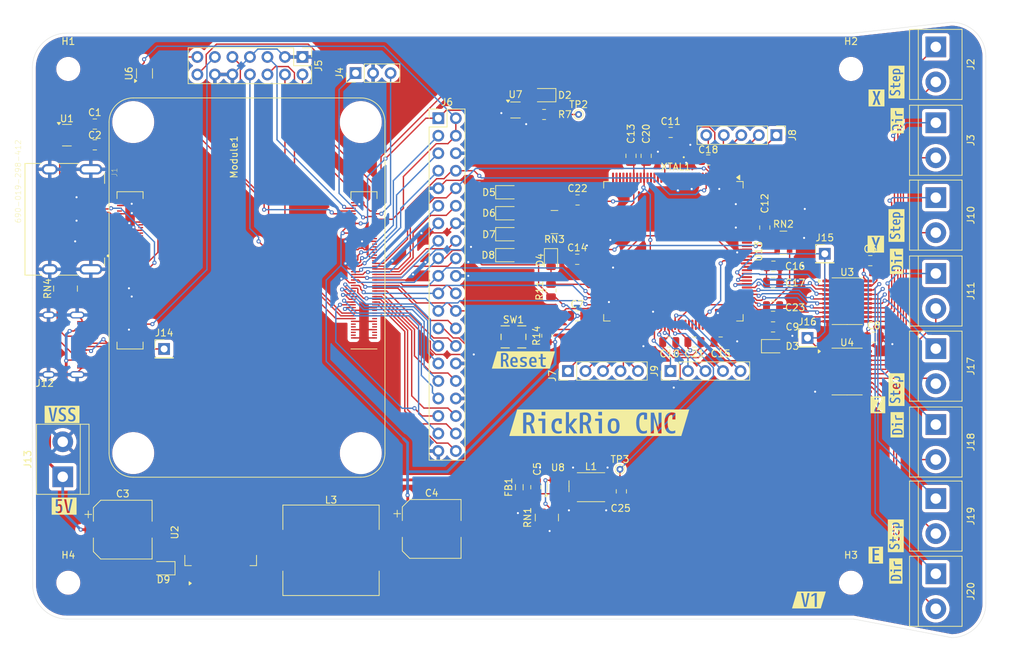
<source format=kicad_pcb>
(kicad_pcb (version 20240108) (generator "pcbnew") (generator_version "8.0")
  (layers (0 "F.Cu" signal) (31 "B.Cu" signal) (34 "B.Paste" user) (35 "F.Paste" user) (36 "B.SilkS" user "B.Silkscreen") (37 "F.SilkS" user "F.Silkscreen") (38 "B.Mask" user) (39 "F.Mask" user) (44 "Edge.Cuts" user))
  (net 0 "")
  (net 1 "/Raspberry Pi CM4/HDMI_5v")
  (net 2 "+5V")
  (net 3 "VSS")
  (net 4 "Net-(U8-EN)")
  (net 5 "Net-(D3-K)")
  (net 6 "+1V2")
  (net 7 "Net-(D2-K)")
  (net 8 "Net-(D4-A)")
  (net 9 "Net-(D5-A)")
  (net 10 "Net-(D6-A)")
  (net 11 "Net-(D7-A)")
  (net 12 "Net-(D8-A)")
  (net 13 "Net-(D9-K)")
  (net 14 "/Raspberry Pi CM4/HDMI0_CK_P")
  (net 15 "/Raspberry Pi CM4/HDMI0_D2_P")
  (net 16 "/Raspberry Pi CM4/HDMI0_CK_N")
  (net 17 "/Raspberry Pi CM4/HDMI0_HOTPLUG")
  (net 18 "/Raspberry Pi CM4/HDMI0_D2_N")
  (net 20 "/Raspberry Pi CM4/HDMI0_CEC")
  (net 21 "/Raspberry Pi CM4/HDMI0_D1_P")
  (net 22 "/Raspberry Pi CM4/HDMI0_D1_N")
  (net 23 "/Raspberry Pi CM4/HDMI0_D0_P")
  (net 24 "/Raspberry Pi CM4/HDMI0_SCL")
  (net 25 "/Raspberry Pi CM4/HDMI0_D0_N")
  (net 26 "/Raspberry Pi CM4/HDMI0_SDA")
  (net 27 "/Raspberry Pi CM4/WL_nDis")
  (net 28 "/Raspberry Pi CM4/BT_nDis")
  (net 29 "/Raspberry Pi CM4/AIN0")
  (net 30 "/Raspberry Pi CM4/SYNC_OUT")
  (net 31 "/Raspberry Pi CM4/TV_OUT")
  (net 32 "/Raspberry Pi CM4/AIN1")
  (net 33 "/Raspberry Pi CM4/SYNC_IN")
  (net 34 "/Raspberry Pi CM4/EEPROM_nWP")
  (net 35 "/Raspberry Pi CM4/nRPIBOOT")
  (net 36 "Net-(J5-Pin_13)")
  (net 37 "/Raspberry Pi CM4/GLOBAL_EN")
  (net 38 "/Raspberry Pi CM4/GPIO21")
  (net 39 "/Raspberry Pi CM4/ID_SD")
  (net 40 "/Raspberry Pi CM4/GPIO15")
  (net 41 "/Raspberry Pi CM4/GPIO6")
  (net 42 "/Raspberry Pi CM4/GPIO3")
  (net 43 "/Raspberry Pi CM4/GPIO23")
  (net 44 "/Raspberry Pi CM4/GPIO8")
  (net 45 "/Raspberry Pi CM4/GPIO4")
  (net 46 "/Raspberry Pi CM4/GPIO16")
  (net 47 "/Raspberry Pi CM4/GPIO10")
  (net 48 "/Raspberry Pi CM4/GPIO20")
  (net 49 "/Raspberry Pi CM4/GPIO22")
  (net 50 "/Raspberry Pi CM4/GPIO5")
  (net 51 "/Raspberry Pi CM4/GPIO7")
  (net 52 "/Raspberry Pi CM4/GPIO13")
  (net 53 "/Raspberry Pi CM4/GPIO18")
  (net 54 "/Raspberry Pi CM4/GPIO24")
  (net 55 "/Raspberry Pi CM4/ID_SC")
  (net 56 "/Raspberry Pi CM4/GPIO26")
  (net 57 "/Raspberry Pi CM4/GPIO19")
  (net 58 "/Raspberry Pi CM4/GPIO9")
  (net 59 "/Raspberry Pi CM4/GPIO2")
  (net 60 "/Raspberry Pi CM4/GPIO14")
  (net 61 "/Raspberry Pi CM4/GPIO11")
  (net 62 "/Raspberry Pi CM4/GPIO27")
  (net 63 "/Raspberry Pi CM4/GPIO17")
  (net 64 "/Raspberry Pi CM4/GPIO25")
  (net 65 "/Raspberry Pi CM4/GPIO12")
  (net 66 "C")
  (net 67 "D")
  (net 68 "B")
  (net 69 "E")
  (net 70 "A")
  (net 71 "F")
  (net 72 "H")
  (net 73 "J")
  (net 74 "I")
  (net 75 "G")
  (net 76 "M")
  (net 77 "P")
  (net 78 "N")
  (net 79 "O")
  (net 80 "L")
  (net 82 "/Power/D+")
  (net 83 "/Power/D-")
  (net 84 "Net-(J12-CC1)")
  (net 86 "Net-(J12-CC2)")
  (net 87 "Net-(U8-SW)")
  (net 88 "/Raspberry Pi CM4/HDMI1_D0_P")
  (net 89 "/Raspberry Pi CM4/DSI0_C_P")
  (net 91 "/Raspberry Pi CM4/+1.8v")
  (net 92 "/Raspberry Pi CM4/CAM1_D1_N")
  (net 94 "/Raspberry Pi CM4/DSI1_D1_N")
  (net 95 "/Raspberry Pi CM4/HDMI1_CK_P")
  (net 96 "/Raspberry Pi CM4/CAM0_D0_N")
  (net 97 "/Raspberry Pi CM4/CAM0_C_P")
  (net 98 "/Raspberry Pi CM4/CAM1_D3_P")
  (net 99 "/Raspberry Pi CM4/DSI1_D2_N")
  (net 100 "/Raspberry Pi CM4/DSI0_D0_P")
  (net 101 "/Raspberry Pi CM4/SCL0")
  (net 103 "/Raspberry Pi CM4/PCIE_TX_N")
  (net 104 "/Raspberry Pi CM4/SD_DAT1")
  (net 106 "/Raspberry Pi CM4/CAM_GPIO")
  (net 107 "/Raspberry Pi CM4/nEXTRST")
  (net 108 "/Raspberry Pi CM4/SD_PWR_ON")
  (net 109 "/Raspberry Pi CM4/HDMI1_D0_N")
  (net 110 "/Raspberry Pi CM4/CAM0_D1_P")
  (net 111 "/Raspberry Pi CM4/TRD0_P")
  (net 112 "/Raspberry Pi CM4/DSI1_D0_P")
  (net 113 "/Raspberry Pi CM4/CAM1_C_P")
  (net 114 "/Raspberry Pi CM4/PCIE_CLK_P")
  (net 115 "/Raspberry Pi CM4/CAM0_D0_P")
  (net 116 "/Raspberry Pi CM4/CAM1_D3_N")
  (net 117 "/Raspberry Pi CM4/DSI1_C_P")
  (net 118 "/Raspberry Pi CM4/HDMI1_CEC")
  (net 119 "/Raspberry Pi CM4/RUN_PG")
  (net 120 "/Raspberry Pi CM4/PCIE_nRST")
  (net 121 "/Raspberry Pi CM4/SDA0")
  (net 122 "/Raspberry Pi CM4/TRD1_P")
  (net 123 "/Raspberry Pi CM4/DSI1_D2_P")
  (net 124 "/Raspberry Pi CM4/PCIE_RX_N")
  (net 125 "/Raspberry Pi CM4/PCIE_CLK_nREQ")
  (net 126 "/Raspberry Pi CM4/PCIE_TX_P")
  (net 128 "/Raspberry Pi CM4/PCIE_RX_P")
  (net 129 "/Raspberry Pi CM4/SD_CMD")
  (net 130 "/Raspberry Pi CM4/TRD0_N")
  (net 131 "/Raspberry Pi CM4/TRD3_N")
  (net 132 "/Raspberry Pi CM4/DSI0_D1_P")
  (net 133 "/Raspberry Pi CM4/CAM1_D0_N")
  (net 134 "/Raspberry Pi CM4/DSI0_D0_N")
  (net 135 "/Raspberry Pi CM4/DSI1_D3_N")
  (net 136 "/Raspberry Pi CM4/SD_DAT3")
  (net 138 "/Raspberry Pi CM4/HDMI1_HOTPLUG")
  (net 139 "/Raspberry Pi CM4/SD_CLK")
  (net 140 "/Raspberry Pi CM4/CAM1_D2_N")
  (net 141 "/Raspberry Pi CM4/CAM1_D2_P")
  (net 142 "/Raspberry Pi CM4/nPWR_LED")
  (net 143 "/Raspberry Pi CM4/CAM0_C_N")
  (net 144 "/Raspberry Pi CM4/PCIE_CLK_N")
  (net 145 "/Raspberry Pi CM4/SD_DAT0")
  (net 146 "/Raspberry Pi CM4/DSI1_D0_N")
  (net 147 "/Raspberry Pi CM4/HDMI1_SDA")
  (net 148 "/Raspberry Pi CM4/CAM1_D0_P")
  (net 149 "/Raspberry Pi CM4/DSI1_C_N")
  (net 150 "/Raspberry Pi CM4/ETH_LEDY")
  (net 151 "/Raspberry Pi CM4/SD_DAT2")
  (net 152 "/Raspberry Pi CM4/HDMI1_CK_N")
  (net 153 "/Raspberry Pi CM4/CAM0_D1_N")
  (net 154 "/Raspberry Pi CM4/TRD1_N")
  (net 155 "/Raspberry Pi CM4/TRD2_P")
  (net 156 "/Raspberry Pi CM4/HDMI1_D1_N")
  (net 158 "/Raspberry Pi CM4/Reserved")
  (net 159 "/Raspberry Pi CM4/DSI0_C_N")
  (net 160 "/Raspberry Pi CM4/TRD3_P")
  (net 161 "/Raspberry Pi CM4/ETH_LEDG")
  (net 163 "/Raspberry Pi CM4/HDMI1_SCL")
  (net 164 "/Raspberry Pi CM4/DSI0_D1_N")
  (net 165 "/Raspberry Pi CM4/HDMI1_D1_P")
  (net 166 "/Raspberry Pi CM4/DSI1_D1_P")
  (net 167 "/Raspberry Pi CM4/HDMI1_D2_P")
  (net 168 "/Raspberry Pi CM4/DSI1_D3_P")
  (net 169 "/Raspberry Pi CM4/CAM1_C_N")
  (net 170 "/Raspberry Pi CM4/HDMI1_D2_N")
  (net 171 "/Raspberry Pi CM4/TRD2_N")
  (net 172 "/Raspberry Pi CM4/CAM1_D1_P")
  (net 173 "Net-(R7-Pad2)")
  (net 174 "CRESET")
  (net 176 "Net-(RN1-R3.2)")
  (net 180 "Net-(RN2-R1.2)")
  (net 185 "Net-(RN2-R2.2)")
  (net 186 "Net-(RN3-R4.1)")
  (net 187 "Net-(RN3-R1.1)")
  (net 188 "Net-(RN3-R2.1)")
  (net 189 "Net-(RN3-R3.1)")
  (net 208 "Clock")
  (net 265 "Net-(J14-Pin_1)")
  (net 279 "VCC")
  (net 280 "~{ST1}")
  (net 281 "~{DIR1}")
  (net 282 "~{ST2}")
  (net 283 "~{DIR2}")
  (net 284 "/CNC_IO/Buffer_En")
  (net 285 "~{ST3}")
  (net 286 "~{DIR3}")
  (net 287 "~{ST4}")
  (net 288 "~{DIR4}")
  (net 289 "STo1")
  (net 290 "DIRo1")
  (net 291 "STo2")
  (net 292 "DIRo2")
  (net 293 "STo3")
  (net 294 "DIRo3")
  (net 295 "STo4")
  (net 296 "DIRo4")
  (net 297 "/CNC_IO/DIR3")
  (net 298 "/CNC_IO/ST3")
  (net 299 "/CNC_IO/DIR2")
  (net 300 "/CNC_IO/ST4")
  (net 301 "/CNC_IO/ST1")
  (net 302 "/CNC_IO/ST2")
  (net 303 "/CNC_IO/DIR1")
  (net 304 "/CNC_IO/DIR4")
  (footprint "Capacitor_SMD:C_0805_2012Metric" (layer "F.Cu") (at 187.2 91.4)
    (property "Reference" "C9")
    (property "Value" "DNP")
  )
  (footprint "Package_TO_SOT_SMD:SOT-23" (layer "F.Cu") (at 84.8 63.6)
    (property "Reference" "U1")
    (property "Value" "RT9742SNGV")
  )
  (footprint "LED_SMD:LED_0805_2012Metric" (layer "F.Cu") (at 148.6625 71.88)
    (property "Reference" "D5")
    (property "Value" "LED_Small")
  )
  (footprint "TerminalBlock:TerminalBlock_bornier-2_P5.08mm" (layer "F.Cu") (at 210.8 105.56 -90)
    (property "Reference" "J18")
    (property "Value" "Conn_01x02")
  )
  (footprint "CM4IO:Raspberry-Pi-4-Compute-Module" (layer "F.Cu") (at 127.42 61.7 180)
    (property "Reference" "Module1")
    (property "Value" "ComputeModule4")
  )
  (footprint "kibuzzard-66EC3B2F" (layer "F.Cu") (at 205.1 76.7 90)
    (property "Reference" "kibuzzard-66EC3B2F" (hide yes))
    (property "Value" "G***" (hide yes))
  )
  (footprint "Connector_PinHeader_2.54mm:PinHeader_1x01_P2.54mm_Vertical" (layer "F.Cu") (at 98.9 94.6)
    (property "Reference" "J14")
    (property "Value" "Conn_01x01")
  )
  (footprint "Capacitor_SMD:C_0805_2012Metric" (layer "F.Cu") (at 165.2 115.25 90)
    (property "Reference" "C25")
    (property "Value" "22uF")
  )
  (footprint "Capacitor_SMD:C_0805_2012Metric" (layer "F.Cu") (at 158.8 89.8)
    (property "Reference" "C7")
    (property "Value" "100nF")
  )
  (footprint "Capacitor_SMD:C_0805_2012Metric" (layer "F.Cu") (at 177.8 67.2)
    (property "Reference" "C18")
    (property "Value" "100nF")
  )
  (footprint "Connector_PinHeader_2.54mm:PinHeader_1x01_P2.54mm_Vertical" (layer "F.Cu") (at 194.7 80.8)
    (property "Reference" "J15")
    (property "Value" "En")
  )
  (footprint "Capacitor_SMD:C_0805_2012Metric" (layer "F.Cu") (at 88.85 65)
    (property "Reference" "C2")
    (property "Value" "100n")
  )
  (footprint "Capacitor_SMD:C_0805_2012Metric" (layer "F.Cu") (at 166.6 66.6 -90)
    (property "Reference" "C13")
    (property "Value" "100nF")
  )
  (footprint "Connector_PinHeader_2.54mm:PinHeader_1x03_P2.54mm_Vertical" (layer "F.Cu") (at 126.66 54.6 90)
    (property "Reference" "J4")
    (property "Value" "Conn_01x03")
  )
  (footprint "Package_QFP:TQFP-144_20x20mm_P0.5mm" (layer "F.Cu") (at 172.75 80.4375 -90)
    (property "Reference" "U13")
    (property "Value" "ICE40HX4K-TQ144")
  )
  (footprint "Inductor_SMD:L_Taiyo-Yuden_NR-40xx" (layer "F.Cu") (at 160.8 114.65)
    (property "Reference" "L1")
    (property "Value" "2.2uH")
  )
  (footprint "Capacitor_SMD:C_0805_2012Metric" (layer "F.Cu") (at 168.8 66.6 -90)
    (property "Reference" "C20")
    (property "Value" "100nF")
  )
  (footprint "Capacitor_SMD:C_0805_2012Metric" (layer "F.Cu") (at 187.25 82.6 180)
    (property "Reference" "C16")
    (property "Value" "100nF")
  )
  (footprint "MountingHole:MountingHole_3mm" (layer "F.Cu") (at 85 128.5)
    (property "Reference" "H4")
    (property "Value" "MountingHole")
  )
  (footprint "LED_SMD:LED_0805_2012Metric" (layer "F.Cu") (at 155 81.7375 -90)
    (property "Reference" "D4")
    (property "Value" "LED_Small")
  )
  (footprint "kibuzzard-66EC3B85" (layer "F.Cu") (at 202.1 124.5)
    (property "Reference" "kibuzzard-66EC3B85" (hide yes))
    (property "Value" "G***" (hide yes))
  )
  (footprint "Connector_PinHeader_2.54mm:PinHeader_1x05_P2.54mm_Vertical" (layer "F.Cu") (at 187.675 63.6 -90)
    (property "Reference" "J8")
    (property "Value" "Conn_01x05")
  )
  (footprint "kibuzzard-66EC3BBC" (layer "F.Cu") (at 192.4 131)
    (property "Reference" "kibuzzard-66EC3BBC" (hide yes))
    (property "Value" "G***" (hide yes))
  )
  (footprint "Package_TO_SOT_SMD:TO-263-5_TabPin3" (layer "F.Cu") (at 107.1 121.2 90)
    (property "Reference" "U2")
    (property "Value" "LM2576S-3.3")
  )
  (footprint "Capacitor_SMD:C_0805_2012Metric" (layer "F.Cu") (at 152.8 114.65 90)
    (property "Reference" "C5")
    (property "Value" "4.7u")
  )
  (footprint "MountingHole:MountingHole_3mm" (layer "F.Cu") (at 85 54)
    (property "Reference" "H1")
    (property "Value" "MountingHole")
  )
  (footprint "kibuzzard-66EC3914" (layer "F.Cu") (at 151 96.2)
    (property "Reference" "kibuzzard-66EC3914" (hide yes))
    (property "Value" "G***" (hide yes))
  )
  (footprint "Package_SO:TSSOP-20_4.4x6.5mm_P0.65mm" (layer "F.Cu") (at 197.9375 97.875)
    (property "Reference" "U4")
    (property "Value" "74AC541")
  )
  (footprint "LED_SMD:LED_0805_2012Metric" (layer "F.Cu") (at 148.6625 77.96)
    (property "Reference" "D7")
    (property "Value" "LED_Small")
  )
  (footprint "Capacitor_SMD:C_0805_2012Metric" (layer "F.Cu") (at 187.2 88.4 180)
    (property "Reference" "C23")
    (property "Value" "100nF")
  )
  (footprint "TerminalBlock:TerminalBlock_bornier-2_P5.08mm" (layer "F.Cu") (at 210.8 127.2 -90)
    (property "Reference" "J20")
    (property "Value" "Conn_01x02")
  )
  (footprint "Package_SO:TSSOP-20_4.4x6.5mm_P0.65mm" (layer "F.Cu") (at 197.95 87.675)
    (property "Reference" "U3")
    (property "Value" "74AC540")
  )
  (footprint "Package_TO_SOT_SMD:SOT-353_SC-70-5" (layer "F.Cu") (at 149.85 59.95)
    (property "Reference" "U7")
    (property "Value" "74LVC1G07SE-7")
  )
  (footprint "Connector_PinHeader_2.54mm:PinHeader_1x05_P2.54mm_Vertical" (layer "F.Cu") (at 157.46 97.8 90)
    (property "Reference" "J7")
    (property "Value" "Conn_01x05")
  )
  (footprint "Capacitor_SMD:C_0805_2012Metric" (layer "F.Cu") (at 172.35 63.2 180)
    (property "Reference" "C11")
    (property "Value" "100nF")
  )
  (footprint "Capacitor_SMD:C_0805_2012Metric" (layer "F.Cu") (at 187.2 85 180)
    (property "Reference" "C17")
    (property "Value" "100nF")
  )
  (footprint "Capacitor_SMD:C_0805_2012Metric" (layer "F.Cu") (at 201.3 81.8)
    (property "Reference" "C6")
    (property "Value" "100nF")
  )
  (footprint "Capacitor_SMD:C_0805_2012Metric" (layer "F.Cu") (at 175.8 93.6 180)
    (property "Reference" "C21")
    (property "Value" "100nF")
  )
  (footprint "kibuzzard-66EC3B4B" (layer "F.Cu") (at 205.1 81.9 90)
    (property "Reference" "kibuzzard-66EC3B4B" (hide yes))
    (property "Value" "G***" (hide yes))
  )
  (footprint "Package_TO_SOT_SMD:SOT-353_SC-70-5" (layer "F.Cu") (at 96.05 54.65 90)
    (property "Reference" "U6")
    (property "Value" "74LVC1G07SE-7")
  )
  (footprint "TestPoint:TestPoint_THTPad_D1.0mm_Drill0.5mm" (layer "F.Cu") (at 159 60.6)
    (property "Reference" "TP2")
    (property "Value" "TestPoint")
  )
  (footprint "kibuzzard-66EC3B2F" (layer "F.Cu") (at 205 121.7 90)
    (property "Reference" "kibuzzard-66EC3B2F" (hide yes))
    (property "Value" "G***" (hide yes))
  )
  (footprint "MountingHole:MountingHole_3mm" (layer "F.Cu") (at 198.5 54)
    (property "Reference" "H2")
    (property "Value" "MountingHole")
  )
  (footprint "Connector_PinHeader_2.54mm:PinHeader_1x05_P2.54mm_Vertical" (layer "F.Cu") (at 172.32 97.8 90)
    (property "Reference" "J9")
    (property "Value" "Conn_01x05")
  )
  (footprint "kibuzzard-66EC3B4B" (layer "F.Cu") (at 205.2 105.6 90)
    (property "Reference" "kibuzzard-66EC3B4B" (hide yes))
    (property "Value" "G***" (hide yes))
  )
  (footprint "kibuzzard-66EC3B2F" (layer "F.Cu") (at 205.1 55.9 90)
    (property "Reference" "kibuzzard-66EC3B2F" (hide yes))
    (property "Value" "G***" (hide yes))
  )
  (footprint "TerminalBlock:TerminalBlock_bornier-2_P5.08mm" (layer "F.Cu") (at 210.8 72.66 -90)
    (property "Reference" "J10")
    (property "Value" "Conn_01x02")
  )
  (footprint "Resistor_SMD:R_Array_Convex_4x0603" (layer "F.Cu") (at 155.5 76.2 180)
    (property "Reference" "RN3")
    (property "Value" "330")
  )
  (footprint "UE_USB:USB_C_Receptical-Jing" (layer "F.Cu") (at 86.2875 94 -90)
    (property "Reference" "J12")
    (property "Value" "USB_C_Receptacle")
  )
  (footprint "TerminalBlock:TerminalBlock_bornier-2_P5.08mm" (layer "F.Cu") (at 210.8 61.8 -90)
    (property "Reference" "J3")
    (property "Value" "Conn_01x02")
  )
  (footprint "Connector_PinHeader_2.54mm:PinHeader_2x07_P2.54mm_Vertical" (layer "F.Cu") (at 118.96 52.26 -90)
    (property "Reference" "J5")
    (property "Value" "Conn_02x07_Odd_Even")
  )
  (footprint "Capacitor_SMD:C_0805_2012Metric" (layer "F.Cu") (at 201.8 92.9)
    (property "Reference" "C8")
    (property "Value" "100nF")
  )
  (footprint "Resistor_SMD:R_Array_Convex_4x0603" (layer "F.Cu") (at 188.7 79.2 180)
    (property "Reference" "RN2")
    (property "Value" "100")
  )
  (footprint "kibuzzard-66EC3B4B" (layer "F.Cu") (at 205.2 61.5 90)
    (property "Reference" "kibuzzard-66EC3B4B" (hide yes))
    (property "Value" "G***" (hide yes))
  )
  (footprint "TerminalBlock:TerminalBlock_bornier-2_P5.08mm" (layer "F.Cu") (at 84.2 113.14 90)
    (property "Reference" "J13")
    (property "Value" "Power")
  )
  (footprint "kibuzzard-66EC3B4B" (layer "F.Cu") (at 205 126.8 90)
    (property "Reference" "kibuzzard-66EC3B4B" (hide yes))
    (property "Value" "G***" (hide yes))
  )
  (footprint "Capacitor_SMD:C_0805_2012Metric" (layer "F.Cu") (at 172.15 93.6)
    (property "Reference" "C10")
    (property "Value" "100nF")
  )
  (footprint "LED_SMD:LED_0805_2012Metric" (layer "F.Cu") (at 148.6625 81)
    (property "Reference" "D8")
    (property "Value" "LED_Small")
  )
  (footprint "Package_TO_SOT_SMD:SOT-23-5" (layer "F.Cu") (at 156.05 114.5125 90)
    (property "Reference" "U8")
    (property "Value" "TLV62568DBV")
  )
  (footprint "Diode_SMD:D_0805_2012Metric" (layer "F.Cu") (at 98.8 126.4 180)
    (property "Reference" "D9")
    (property "Value" "D_Schottky")
  )
  (footprint "Capacitor_SMD:C_0805_2012Metric" (layer "F.Cu") (at 158.8 81.6)
    (property "Reference" "C14")
    (property "Value" "100nF")
  )
  (footprint "kibuzzard-66EC3B08" (layer "F.Cu") (at 84.1 104.1)
    (property "Reference" "kibuzzard-66EC3B08" (hide yes))
    (property "Value" "G***" (hide yes))
  )
  (footprint "Inductor_SMD:L_Sunlord_MWSA1205S-R50" (layer "F.Cu") (at 123.1 123.8)
    (property "Reference" "L3")
    (property "Value" "100uH")
  )
  (footprint "Resistor_SMD:R_0805_2012Metric" (layer "F.Cu") (at 154.4 92.6875 90)
    (property "Reference" "R14")
    (property "Value" "10k")
  )
  (footprint "kibuzzard-66EC3B76" (layer "F.Cu") (at 202.1 79.4)
    (property "Reference" "kibuzzard-66EC3B76" (hide yes))
    (property "Value" "G***" (hide yes))
  )
  (footprint "CM4IO:EDAC 690-019-298-412" (layer "F.Cu") (at 88.27 75.8 -90)
    (property "Reference" "J1")
    (property "Value" "690-019-298-412")
  )
  (footprint "TerminalBlock:TerminalBlock_bornier-2_P5.08mm" (layer "F.Cu") (at 210.8 94.56 -90)
    (property "Reference" "J17")
    (property "Value" "Conn_01x02")
  )
  (footprint "Resistor_SMD:R_0805_2012Metric" (layer "F.Cu") (at 155 86.1375 90)
    (property "Reference" "R11")
    (property "Value" "2k2")
  )
  (footprint "kibuzzard-66EC3B2F" (layer "F.Cu") (at 205.1 100.5 90)
    (property "Reference" "kibuzzard-66EC3B2F" (hide yes))
    (property "Value" "G***" (hide yes))
  )
  (footprint "Connector_PinHeader_2.54mm:PinHeader_1x01_P2.54mm_Vertical" (layer "F.Cu") (at 192.2 93)
    (property "Reference" "J16")
    (property "Value" "En")
  )
  (footprint "Resistor_SMD:R_0805_2012Metric" (layer "F.Cu") (at 154 60.6 180)
    (property "Reference" "R7")
    (property "Value" "1k")
  )
  (footprint "Capacitor_SMD:C_0805_2012Metric" (layer "F.Cu") (at 158.85 73)
    (property "Reference" "C22")
    (property "Value" "100nF")
  )
  (footprint "TerminalBlock:TerminalBlock_bornier-2_P5.08mm" (layer "F.Cu") (at 210.8 116.3 -90)
    (property "Reference" "J19")
    (property "Value" "Conn_01x02")
  )
  (footprint "Inductor_SMD:L_0805_2012Metric" (layer "F.Cu") (at 150.4 114.65 90)
    (property "Reference" "FB1")
    (property "Value" "Ferrite_Bead_Small")
  )
  (footprint "TerminalBlock:TerminalBlock_bornier-2_P5.08mm" (layer "F.Cu") (at 210.8 50.8 -90)
    (property "Reference" "J2")
    (property "Value" "Conn_01x02")
  )
  (footprint "Capacitor_SMD:C_0805_2012Metric" (layer "F.Cu") (at 88.85 61.99)
    (property "Reference" "C1")
    (property "Value" "100n")
  )
  (footprint "TestPoint:TestPoint_THTPad_D1.0mm_Drill0.5mm" (layer "F.Cu") (at 165 112.05)
    (property "Reference" "TP3")
    (property "Value" "1.2v")
  )
  (footprint "Resistor_SMD:R_Array_Concave_4x0603" (layer "F.Cu") (at 84.6 85.85 90)
    (property "Reference" "RN4")
    (property "Value" "5.1k")
  )
  (footprint "Capacitor_SMD:C_0805_2012Metric" (layer "F.Cu") (at 179.6 93.6 180)
    (property "Reference" "C15")
    (property "Value" "100nF")
  )
  (footprint "MountingHole:MountingHole_3mm" (layer "F.Cu") (at 198.5 128.5)
    (property "Reference" "H3")
    (property "Value" "MountingHole")
  )
  (footprint "UE_Buttons:TS3315A" (layer "F.Cu") (at 149.5575 92.85)
    (property "Reference" "SW1")
    (property "Value" "SW_SPST")
  )
  (footprint "kibuzzard-66EC3B7E" (layer "F.Cu") (at 202.4 102.7)
    (property "Reference" "kibuzzard-66EC3B7E" (hide yes))
    (property "Value" "G***" (hide yes))
  )
  (footprint "Diode_SMD:D_0805_2012Metric" (layer "F.Cu") (at 187.2 94.2)
    (property "Reference" "D3")
    (property "Value" "800mVf")
  )
  (footprint "Resistor_SMD:R_Array_Convex_4x0603" (layer "F.Cu") (at 154.4 119.05 90)
    (property "Reference" "RN1")
    (property "Value" "100k")
  )
  (footprint "kibuzzard-66EC3BC4" (layer "F.Cu") (at 162 105.3)
    (property "Reference" "kibuzzard-66EC3BC4" (hide yes))
    (property "Value" "G***" (hide yes))
  )
  (footprint "Capacitor_SMD:C_0805_2012Metric" (layer "F.Cu") (at 186 77 -90)
    (property "Reference" "C12")
    (property "Value" "100nF")
  )
  (footprint "Connector_PinHeader_2.54mm:PinHeader_2x20_P2.54mm_Vertical" (layer "F.Cu") (at 138.66 61.14)
    (property "Reference" "J6")
    (property "Value" "THD-20-R")
  )
  (footprint "Capacitor_SMD:CP_Elec_8x6.9" (layer "F.Cu") (at 92.9 120.8)
    (property "Reference" "C3")
    (property "Value" "1000uF")
  )
  (footprint "TerminalBlock:TerminalBlock_bornier-2_P5.08mm" (layer "F.Cu") (at 210.8 83.66 -90)
    (property "Reference" "J11")
    (property "Value" "Conn_01x02")
  )
  (footprint "LED_SMD:LED_0805_2012Metric" (layer "F.Cu") (at 148.6625 74.92)
    (property "Reference" "D6")
    (property "Value" "LED_Small")
  )
  (footprint "kibuzzard-66EC3B6F" (layer "F.Cu") (at 202.2 58.2)
    (property "Reference" "kibuzzard-66EC3B6F" (hide yes))
    (property "Value" "G***" (hide yes))
  )
  (footprint "kibuzzard-66EC3AFE" (layer "F.Cu") (at 84.4 117.4)
    (property "Reference" "kibuzzard-66EC3AFE" (hide yes))
    (property "Value" "G***" (hide yes))
  )
  (footprint "Capacitor_SMD:CP_Elec_8x6.9" (layer "F.Cu") (at 137.7 120.7)
    (property "Reference" "C4")
    (property "Value" "1000uF")
  )
  (footprint "UE_Misc:SON4_SIT1602-7_SIT" (layer "F.Cu") (at 172.350001 66.199999 180)
    (property "Reference" "XTAL1")
    (property "Value" "SIT1602BIA73-33E")
  )
  (footprint "LED_SMD:LED_0805_2012Metric" (layer "F.Cu") (at 154.02 57.8 180)
    (property "Reference" "D2")
    (property "Value" "LED Red")
  )
  (gr_line (start 213.064444 47.225546) (end 198.864466 48.8) (stroke (width 0.05)) (layer "Edge.Cuts"))
  (gr_arc (start 213.064444 47.225546) (mid 216.6 48.69) (end 218.064444 52.225546) (stroke (width 0.05)) (layer "Edge.Cuts"))
  (gr_arc (start 84.835534 133.764466) (mid 81.3 132.3) (end 79.835534 128.764466) (stroke (width 0.05)) (layer "Edge.Cuts"))
  (gr_line (start 218.064444 52.225546) (end 218.064456 131.454456) (stroke (width 0.05)) (layer "Edge.Cuts"))
  (gr_line (start 79.8 85.8) (end 79.8 105.8) (stroke (width 0.05)) (layer "Edge.Cuts"))
  (gr_arc (start 218.064456 131.454456) (mid 216.6 134.99) (end 213.064456 136.454456) (stroke (width 0.05)) (layer "Edge.Cuts"))
  (gr_line (start 79.835534 128.764466) (end 79.8 105.8) (stroke (width 0.05)) (layer "Edge.Cuts"))
  (gr_line (start 79.8 85.8) (end 79.8 53.8) (stroke (width 0.05)) (layer "Edge.Cuts"))
  (gr_arc (start 79.8 53.8) (mid 81.264466 50.264466) (end 84.8 48.8) (stroke (width 0.05)) (layer "Edge.Cuts"))
  (gr_line (start 213.064456 136.454456) (end 198.864466 133.764466) (stroke (width 0.05)) (layer "Edge.Cuts"))
  (gr_line (start 198.864466 133.764466) (end 84.835534 133.764466) (stroke (width 0.05)) (layer "Edge.Cuts"))
  (gr_line (start 84.8 48.8) (end 198.864466 48.8) (stroke (width 0.05)) (layer "Edge.Cuts"))
  (segment (start 89 71.8) (end 87.45 71.8) (width 0.2) (layer "F.Cu") (net 1))
  (segment (start 84.5025 68.8525) (end 84.5025 65.19) (width 0.2) (layer "F.Cu") (net 1))
  (segment (start 84.3125 65) (end 83.8625 64.55) (width 0.2) (layer "F.Cu") (net 1))
  (segment (start 87.9 65) (end 84.3125 65) (width 0.2) (layer "F.Cu") (net 1))
  (segment (start 87.45 71.8) (end 84.5025 68.8525) (width 0.2) (layer "F.Cu") (net 1))
  (segment (start 84.5025 65.19) (end 83.8625 64.55) (width 0.2) (layer "F.Cu") (net 1))
  (segment (start 138.37 64.83) (end 133.6 69.6) (width 0.2) (layer "F.Cu") (net 2))
  (segment (start 82.3 104.3) (end 84.7 101.9) (width 0.4) (layer "F.Cu") (net 2))
  (segment (start 133.6 74.2) (end 132 75.8) (width 0.2) (layer "F.Cu") (net 2))
  (segment (start 88.4 86.45) (end 83.76 81.81) (width 0.2) (layer "F.Cu") (net 2))
  (segment (start 95.4 53.7) (end 95.4 54.49) (width 0.2) (layer "F.Cu") (net 2))
  (segment (start 84.7 101.9) (end 84.7 96.3) (width 0.4) (layer "F.Cu") (net 2))
  (segment (start 86.9875 91.475) (end 86.9875 91.725) (width 0.2) (layer "F.Cu") (net 2))
  (segment (start 82.825 63.6875) (end 83.8625 62.65) (width 0.2) (layer "F.Cu") (net 2))
  (segment (start 86.9875 96.525) (end 86.9875 96.275) (width 0.2) (layer "F.Cu") (net 2))
  (segment (start 84.785 96.215) (end 84.7 96.3) (width 0.2) (layer "F.Cu") (net 2))
  (segment (start 89.425 120.8) (end 97.475 128.85) (width 0.4) (layer "F.Cu") (net 2))
  (segment (start 87.5625 91.725) (end 88.4 90.8875) (width 0.2) (layer "F.Cu") (net 2))
  (segment (start 84.5225 62.73) (end 84.4425 62.65) (width 0.2) (layer "F.Cu") (net 2))
  (segment (start 95.4 54.49) (end 87.9 61.99) (width 0.2) (layer "F.Cu") (net 2))
  (segment (start 88.4 90.8875) (end 88.4 86.45) (width 0.2) (layer "F.Cu") (net 2))
  (segment (start 83.76 65.825552) (end 82.825 64.890552) (width 0.2) (layer "F.Cu") (net 2))
  (segment (start 86.9875 91.725) (end 87.5625 91.725) (width 0.2) (layer "F.Cu") (net 2))
  (segment (start 82.825 64.890552) (end 82.825 63.6875) (width 0.2) (layer "F.Cu") (net 2))
  (segment (start 87.9 61.99) (end 87.24 62.65) (width 0.2) (layer "F.Cu") (net 2))
  (segment (start 150.4 113.5875) (end 96.6375 113.5875) (width 0.4) (layer "F.Cu") (net 2))
  (segment (start 129.42 75.8) (end 129.42 77.8) (width 0.2) (layer "F.Cu") (net 2))
  (segment (start 86.0875 91.725) (end 85.8125 92) (width 0.2) (layer "F.Cu") (net 2))
  (segment (start 141.2 61.14) (end 141.2 63.68) (width 0.2) (layer "F.Cu") (net 2))
  (segment (start 86.8 120.8) (end 89.425 120.8) (width 0.4) (layer "F.Cu") (net 2))
  (segment (start 86.9275 96.215) (end 84.785 96.215) (width 0.2) (layer "F.Cu") (net 2))
  (segment (start 141.2 63.68) (end 140.05 64.83) (width 0.2) (layer "F.Cu") (net 2))
  (segment (start 96.6375 113.5875) (end 89.425 120.8) (width 0.4) (layer "F.Cu") (net 2))
  (segment (start 83.76 81.81) (end 83.76 65.825552) (width 0.2) (layer "F.Cu") (net 2))
  (segment (start 84.4425 62.65) (end 83.8625 62.65) (width 0.2) (layer "F.Cu") (net 2))
  (segment (start 132 75.8) (end 129.42 75.8) (width 0.2) (layer "F.Cu") (net 2))
  (segment (start 86.9875 91.725) (end 86.0875 91.725) (width 0.2) (layer "F.Cu") (net 2))
  (segment (start 87.24 62.65) (end 83.8625 62.65) (width 0.2) (layer "F.Cu") (net 2))
  (segment (start 84.2 113.14) (end 82.3 111.24) (width 0.4) (layer "F.Cu") (net 2))
  (segment (start 85.8125 92) (end 85.2 92) (width 0.2) (layer "F.Cu") (net 2))
  (segment (start 97.475 128.85) (end 103.7 128.85) (width 0.4) (layer "F.Cu") (net 2))
  (segment (start 86.9875 96.275) (end 86.9275 96.215) (width 0.2) (layer "F.Cu") (net 2))
  (segment (start 133.6 69.6) (end 133.6 74.2) (width 0.2) (layer "F.Cu") (net 2))
  (segment (start 96 52.6) (end 96 53.1) (width 0.2) (layer "F.Cu") (net 2))
  (segment (start 140.05 64.83) (end 138.37 64.83) (width 0.2) (layer "F.Cu") (net 2))
  (segment (start 82.3 111.24) (end 82.3 104.3) (width 0.4) (layer "F.Cu") (net 2))
  (segment (start 96 53.1) (end 95.4 53.7) (width 0.2) (layer "F.Cu") (net 2))
  (via (at 96 52.6) (size 0.6) (drill 0.3) (layers "F.Cu" "B.Cu") (net 2))
  (via (at 86.8 120.8) (size 0.6) (drill 0.3) (layers "F.Cu" "B.Cu") (net 2))
  (via (at 84.7 96.3) (size 0.6) (drill 0.3) (layers "F.Cu" "B.Cu") (net 2))
  (via (at 85.2 92) (size 0.6) (drill 0.3) (layers "F.Cu" "B.Cu") (net 2))
  (segment (start 86.8 120.8) (end 84.2 118.2) (width 0.4) (layer "B.Cu") (net 2))
  (segment (start 84.7 96.3) (end 84.7 92.5) (width 0.4) (layer "B.Cu") (net 2))
  (segment (start 141.2 61.14) (end 130.77 50.71) (width 0.2) (layer "B.Cu") (net 2))
  (segment (start 84.2 118.2) (end 84.2 113.14) (width 0.4) (layer "B.Cu") (net 2))
  (segment (start 97.89 50.71) (end 96 52.6) (width 0.2) (layer "B.Cu") (net 2))
  (segment (start 84.7 92.5) (end 85.2 92) (width 0.4) (layer "B.Cu") (net 2))
  (segment (start 130.77 50.71) (end 97.89 50.71) (width 0.2) (layer "B.Cu") (net 2))
  (segment (start 127.6 79.990294) (end 127.209706 79.990294) (width 0.2) (layer "F.Cu") (net 3))
  (segment (start 94.45 73.8) (end 94.2 73.55) (width 0.2) (layer "F.Cu") (net 3))
  (segment (start 126.34 83) (end 125.69 83) (width 0.2) (layer "F.Cu") (net 3))
  (segment (start 127.39 79) (end 126.99 78.6) (width 0.2) (layer "F.Cu") (net 3))
  (segment (start 179 91.1) (end 179 89.6) (width 0.2) (layer "F.Cu") (net 3))
  (segment (start 200.8 95.6) (end 202.8 95.6) (width 0.2) (layer "F.Cu") (net 3))
  (segment (start 154.8 121) (end 154.8 119.95) (width 0.2) (layer "F.Cu") (net 3))
  (segment (start 204.5 93.9) (end 203.75 93.9) (width 0.2) (layer "F.Cu") (net 3))
  (segment (start 95.5 79.8) (end 92.42 79.8) (width 0.2) (layer "F.Cu") (net 3))
  (segment (start 95.5 82.2) (end 92.42 82.2) (width 0.2) (layer "F.Cu") (net 3))
  (segment (start 148.9 60.6) (end 148 60.6) (width 0.2) (layer "F.Cu") (net 3))
  (segment (start 125.69 81.4) (end 125.2 81.89) (width 0.2) (layer "F.Cu") (net 3))
  (segment (start 136.23 77.77) (end 139.81 77.77) (width 0.2) (layer "F.Cu") (net 3))
  (segment (start 89 72.3) (end 86.5 72.3) (width 0.2) (layer "F.Cu") (net 3))
  (segment (start 162.0875 79.6875) (end 160.2875 79.6875) (width 0.2) (layer "F.Cu") (net 3))
  (segment (start 182.4125 80.1875) (end 182 80.6) (width 0.2) (layer "F.Cu") (net 3))
  (segment (start 129.42 84.6) (end 134.2 84.6) (width 0.2) (layer "F.Cu") (net 3))
  (segment (start 95.5 87) (end 94.2 87) (width 0.2) (layer "F.Cu") (net 3))
  (segment (start 126.34 85) (end 125.754836 85) (width 0.2) (layer "F.Cu") (net 3))
  (segment (start 126.34 93) (end 129.42 93) (width 0.2) (layer "F.Cu") (net 3))
  (segment (start 129.42 80.2) (end 128.4 80.2) (width 0.2) (layer "F.Cu") (net 3))
  (segment (start 163.2875 87.6875) (end 163.4 87.8) (width 0.2) (layer "F.Cu") (net 3))
  (segment (start 134.2 84.6) (end 135 83.8) (width 0.2) (layer "F.Cu") (net 3))
  (segment (start 200.8125 85.4) (end 201.549999 85.4) (width 0.2) (layer "F.Cu") (net 3))
  (segment (start 92.42 77.4) (end 94 77.4) (width 0.2) (layer "F.Cu") (net 3))
  (segment (start 127.8 89) (end 128 88.8) (width 0.2) (layer "F.Cu") (net 3))
  (segment (start 126.34 87) (end 126.98583 87) (width 0.2) (layer "F.Cu") (net 3))
  (segment (start 173.71 96.89) (end 173.71 99.29) (width 0.2) (layer "F.Cu") (net 3))
  (segment (start 128 88.8) (end 128.2 88.8) (width 0.2) (layer "F.Cu") (net 3))
  (segment (start 140.81 93.01) (end 141.676346 93.01) (width 0.2) (layer "F.Cu") (net 3))
  (segment (start 141.676346 93.01) (end 143.8 95.133654) (width 0.2) (layer "F.Cu") (net 3))
  (segment (start 95.5 88.2) (end 92.42 88.2) (width 0.2) (layer "F.Cu") (net 3))
  (segment (start 202.25 84.699999) (end 202.25 81.8) (width 0.2) (layer "F.Cu") (net 3))
  (segment (start 86.9875 90.675) (end 86.9875 90.38) (width 0.2) (layer "F.Cu") (net 3))
  (segment (start 126.34 90.6) (end 129.42 90.6) (width 0.2) (layer "F.Cu") (net 3))
  (segment (start 129.42 82.6) (end 131.2 82.6) (width 0.2) (layer "F.Cu") (net 3))
  (segment (start 162.0875 82.6875) (end 158.9375 82.6875) (width 0.2) (layer "F.Cu") (net 3))
  (segment (start 179.5 69.775) (end 179.5 71.3) (width 0.2) (layer "F.Cu") (net 3))
  (segment (start 173.71 99.29) (end 172.8 100.2) (width 0.2) (layer "F.Cu") (net 3))
  (segment (start 173.45 95.45) (end 175.625 95.45) (width 0.2) (layer "F.Cu") (net 3))
  (segment (start 93.8 85.33) (end 93.8 85.8) (width 0.2) (layer "F.Cu") (net 3))
  (segment (start 137.51 94.636346) (end 138.273654 95.4) (width 0.2) (layer "F.Cu") (net 3))
  (segment (start 86.5 72.3) (end 86.2 72.6) (width 0.2) (layer "F.Cu") (net 3))
  (segment (start 95.5 81) (end 92.42 81) (width 0.2) (layer "F.Cu") (net 3))
  (segment (start 179 89.6) (end 179.2 89.4) (width 0.2) (layer "F.Cu") (net 3))
  (segment (start 175.625 95.45) (end 176.75 94.325) (width 0.2) (layer "F.Cu") (net 3))
  (segment (start 127.93936 80.2) (end 127.729654 79.990294) (width 0.2) (layer "F.Cu") (net 3))
  (segment (start 89 78.3) (end 86.7 78.3) (width 0.2) (layer "F.Cu") (net 3))
  (segment (start 126.34 81.4) (end 125.69 81.4) (width 0.2) (layer "F.Cu") (net 3))
  (segment (start 127.6 79.990294) (end 127.6 79) (width 0.2) (layer "F.Cu") (net 3))
  (segment (start 93.8 85.8) (end 92.42 85.8) (width 0.2) (layer "F.Cu") (net 3))
  (segment (start 182.4875 77.6875) (end 181.8 77) (width 0.2) (layer "F.Cu") (net 3))
  (segment (start 93.8 84.13) (end 93.8 85.33) (width 0.2) (layer "F.Cu") (net 3))
  (segment (start 148 60.6) (end 147.8 60.4) (width 0.2) (layer "F.Cu") (net 3))
  (segment (start 188.65 85) (end 189 84.65) (width 0.2) (layer "F.Cu") (net 3))
  (segment (start 86.2875 98.32) (end 86.2875 98.025) (width 0.2) (layer "F.Cu") (net 3))
  (segment (start 93.68076 76.2) (end 93.84038 76.35962) (width 0.2) (layer "F.Cu") (net 3))
  (segment (start 183.4125 80.1875) (end 182.4125 80.1875) (width 0.2) (layer "F.Cu") (net 3))
  (segment (start 94 75) (end 94.117362 75) (width 0.2) (layer "F.Cu") (net 3))
  (segment (start 173.8 96.6) (end 173.8 96.8) (width 0.2) (layer "F.Cu") (net 3))
  (segment (start 170.5 89.9) (end 169.8 89.2) (width 0.2) (layer "F.Cu") (net 3))
  (segment (start 95.5 90.6) (end 92.42 90.6) (width 0.2) (layer "F.Cu") (net 3))
  (segment (start 94.88076 77.4) (end 94.44038 76.95962) (width 0.2) (layer "F.Cu") (net 3))
  (segment (start 173.1 95.1) (end 173.2 95.2) (width 0.2) (layer "F.Cu") (net 3))
  (segment (start 195.0875 90.6) (end 193.6 90.6) (width 0.2) (layer "F.Cu") (net 3))
  (segment (start 86.9875 90.38) (end 86.2875 89.68) (width 0.2) (layer "F.Cu") (net 3))
  (segment (start 86.2 76) (end 87 76.8) (width 0.2) (layer "F.Cu") (net 3))
  (segment (start 160.2875 79.6875) (end 160.2 79.6) (width 0.2) (layer "F.Cu") (net 3))
  (segment (start 95.5 76.2) (end 94 76.2) (width 0.2) (layer "F.Cu") (net 3))
  (segment (start 173.8 96.8) (end 173.71 96.89) (width 0.2) (layer "F.Cu") (net 3))
  (segment (start 86.2875 98.025) (end 86.9875 97.325) (width 0.2) (layer "F.Cu") (net 3))
  (segment (start 86.9875 97.075) (end 86.9875 97.325) (width 0.2) (layer "F.Cu") (net 3))
  (segment (start 86.8 79.8) (end 86 79) (width 0.2) (layer "F.Cu") (net 3))
  (segment (start 139.81 77.77) (end 141.2 76.38) (width 0.2) (layer "F.Cu") (net 3))
  (segment (start 162.0875 79.6875) (end 162.85741 79.6875) (width 0.2) (layer "F.Cu") (net 3))
  (segment (start 87 76.8) (end 89 76.8) (width 0.2) (layer "F.Cu") (net 3))
  (segment (start 92.42 84.6) (end 93.07 84.6) (width 0.2) (layer "F.Cu") (net 3))
  (segment (start 126.99 78.6) (end 126.34 78.6) (width 0.2) (layer "F.Cu") (net 3))
  (segment (start 201.549999 85.4) (end 202.25 84.699999) (width 0.2) (layer "F.Cu") (net 3))
  (segment (start 129.42 81.4) (end 128.87 81.4) (width 0.2) (layer "F.Cu") (net 3))
  (segment (start 93.8 91.8) (end 92.42 91.8) (width 0.2) (layer "F.Cu") (net 3))
  (segment (start 195.075 100.8) (end 193.3 100.8) (width 0.2) (layer "F.Cu") (net 3))
  (segment (start 95.5 77.4) (end 94.88076 77.4) (width 0.2) (layer "F.Cu") (net 3))
  (segment (start 93.95 73.8) (end 94.2 73.55) (width 0.2) (layer "F.Cu") (net 3))
  (segment (start 125.154836 84.4) (end 124.6 84.4) (width 0.2) (layer "F.Cu") (net 3))
  (segment (start 125.6 78.6) (end 125.2 79) (width 0.2) (layer "F.Cu") (net 3))
  (segment (start 175.5 69.775) (end 175.5 71.3) (width 0.2) (layer "F.Cu") (net 3))
  (segment (start 127 73.8) (end 127.2 73.6) (width 0.2) (layer "F.Cu") (net 3))
  (segment (start 128.2 88.8) (end 128.4 88.6) (width 0.2) (layer "F.Cu") (net 3))
  (segment (start 202.8 95.6) (end 204.5 93.9) (width 0.2) (layer "F.Cu") (net 3))
  (segment (start 129.42 79) (end 127.6 79) (width 0.2) (layer "F.Cu") (net 3))
  (segment (start 130.6 86.6) (end 137.51 93.51) (width 0.2) (layer "F.Cu") (net 3))
  (segment (start 193.6 90.6) (end 193.2 91) (width 0.2) (layer "F.Cu") (net 3))
  (segment (start 92.42 75) (end 94 75) (width 0.2) (layer "F.Cu") (net 3))
  (segment (start 126.98583 87) (end 128 88.01417) (width 0.2) (layer "F.Cu") (net 3))
  (segment (start 128.87 81.4) (end 128.4 80.93) (width 0.2) (layer "F.Cu") (net 3))
  (segment (start 126.34 89) (end 127.8 89) (width 0.2) (layer "F.Cu") (net 3))
  (segment (start 129.42 86.6) (end 130.6 86.6) (width 0.2) (layer "F.Cu") (net 3))
  (segment (start 125.2 81.89) (end 125.2 82.2) (width 0.2) (layer "F.Cu") (net 3))
  (segment (start 175 69.775) (end 175 71) (width 0.2) (layer "F.Cu") (net 3))
  (segment (start 89 79.8) (end 86.8 79.8) (width 0.2) (layer "F.Cu") (net 3))
  (segment (start 92.42 73.8) (end 93.95 73.8) (width 0.2) (layer "F.Cu") (net 3))
  (segment (start 128 88.01417) (end 128 88.8) (width 0.2) (layer "F.Cu") (net 3))
  (segment (start 136.2 77.8) (end 136.23 77.77) (width 0.2) (layer "F.Cu") (net 3))
  (segment (start 175 71) (end 175.4 71.4) (width 0.2) (layer "F.Cu") (net 3))
  (segment (start 95.5 89.4) (end 92.42 89.4) (width 0.2) (layer "F.Cu") (net 3))
  (segment (start 183.4125 77.6875) (end 182.4875 77.6875) (width 0.2) (layer "F.Cu") (net 3))
  (segment (start 125.69 83) (end 125.2 82.51) (width 0.2) (layer "F.Cu") (net 3))
  (segment (start 94 76.2) (end 93.84038 76.35962) (width 0.2) (layer "F.Cu") (net 3))
  (segment (start 179.5 71.3) (end 179.4 71.4) (width 0.2) (layer "F.Cu") (net 3))
  (segment (start 138.273654 95.4) (end 143.8 95.4) (width 0.2) (layer "F.Cu") (net 3))
  (segment (start 175.5 71.3) (end 175.4 71.4) (width 0.2) (layer "F.Cu") (net 3))
  (segment (start 163.6 78.94491) (end 163.6 78.8) (width 0.2) (layer "F.Cu") (net 3))
  (segment (start 94.31924 75) (end 94.218301 74.899061) (width 0.2) (layer "F.Cu") (net 3))
  (segment (start 162.0875 82.6875) (end 163.8875 82.6875) (width 0.2) (layer "F.Cu") (net 3))
  (segment (start 95.5 85.8) (end 93.8 85.8) (width 0.2) (layer "F.Cu") (net 3))
  (segment (start 126.34 73.8) (end 127 73.8) (width 0.2) (layer "F.Cu") (net 3))
  (segment (start 94 77.4) (end 94.44038 76.95962) (width 0.2) (layer "F.Cu") (net 3))
  (segment (start 138.66 91.62) (end 139.42 91.62) (width 0.2) (layer "F.Cu") (net 3))
  (segment (start 93.07 84.6) (end 93.8 85.33) (width 0.2) (layer "F.Cu") (net 3))
  (segment (start 183.4125 73.6875) (end 181.8875 73.6875) (width 0.2) (layer "F.Cu") (net 3))
  (segment (start 188.15 85) (end 188.65 85) (width 0.2) (layer "F.Cu") (net 3))
  (segment (start 128.4 88.6) (end 129.42 88.6) (width 0.2) (layer "F.Cu") (net 3))
  (segment (start 131.2 82.6) (end 132 81.8) (width 0.2) (layer "F.Cu") (net 3))
  (segment (start 95.5 78.6) (end 92.42 78.6) (width 0.2) (layer "F.Cu") (net 3))
  (segment (start 89 75.3) (end 86.9 75.3) (width 0.2) (layer "F.Cu") (net 3))
  (segment (start 203.75 93.9) (end 202.75 92.9) (width 0.2) (layer "F.Cu") (net 3))
  (segment (start 126.34 78.6) (end 125.6 78.6) (width 0.2) (layer "F.Cu") (net 3))
  (segment (start 92.42 83.4) (end 93.07 83.4) (width 0.2) (layer "F.Cu") (net 3))
  (segment (start 127 80.2) (end 126.34 80.2) (width 0.2) (layer "F.Cu") (net 3))
  (segment (start 125.754836 85) (end 125.154836 84.4) (width 0.2) (layer "F.Cu") (net 3))
  (segment (start 128.4 80.2) (end 127.93936 80.2) (width 0.2) (layer "F.Cu") (net 3))
  (segment (start 127.729654 79.990294) (end 127.6 79.990294) (width 0.2) (layer "F.Cu") (net 3))
  (segment (start 125.2 82.51) (end 125.2 82.2) (width 0.2) (layer "F.Cu") (net 3))
  (segment (start 145.995 70.15) (end 147.725 71.88) (width 0.2) (layer "F.Cu") (net 3))
  (segment (start 138.66 71.3) (end 139.81 70.15) (width 0.2) (layer "F.Cu") (net 3))
  (segment (start 95.5 75) (end 94.31924 75) (width 0.2) (layer "F.Cu") (net 3))
  (segment (start 139.42 91.62) (end 140.81 93.01) (width 0.2) (layer "F.Cu") (net 3))
  (segment (start 86.7 78.3) (end 86 79) (width 0.2) (layer "F.Cu") (net 3))
  (segment (start 176.75 94.325) (end 176.75 93.6) (width 0.2) (layer "F.Cu") (net 3))
  (segment (start 158.9375 82.6875) (end 157.85 81.6) (width 0.2) (layer "F.Cu") (net 3))
  (segment (start 127.209706 79.990294) (end 127 80.2) (width 0.2) (layer "F.Cu") (net 3))
  (segment (start 181.8875 73.6875) (end 181.8 73.6) (width 0.2) (layer "F.Cu") (net 3))
  (segment (start 95.5 91.8) (end 93.8 91.8) (width 0.2) (layer "F.Cu") (net 3))
  (segment (start 86.9875 90.925) (end 86.9875 90.675) (width 0.2) (layer "F.Cu") (net 3))
  (segment (start 173.2 95.2) (end 173.45 95.45) (width 0.2) (layer "F.Cu") (net 3))
  (segment (start 139.81 70.15) (end 145.995 70.15) (width 0.2) (layer "F.Cu") (net 3))
  (segment (start 170.5 91.1) (end 170.5 89.9) (width 0.2) (layer "F.Cu") (net 3))
  (segment (start 163.8875 82.6875) (end 164 82.8) (width 0.2) (layer "F.Cu") (net 3))
  (segment (start 92.42 76.2) (end 93.68076 76.2) (width 0.2) (layer "F.Cu") (net 3))
  (segment (start 128.4 80.93) (end 128.4 80.2) (width 0.2) (layer "F.Cu") (net 3))
  (segment (start 162.85741 79.6875) (end 163.6 78.94491) (width 0.2) (layer "F.Cu") (net 3))
  (segment (start 94.2 87) (end 92.42 87) (width 0.2) (layer "F.Cu") (net 3))
  (segment (start 143.8 95.133654) (end 143.8 95.4) (width 0.2) (layer "F.Cu") (net 3))
  (segment (start 127.6 79) (end 127.39 79) (width 0.2) (layer "F.Cu") (net 3))
  (segment (start 94.117362 75) (end 94.218301 74.899061) (width 0.2) (layer "F.Cu") (net 3))
  (segment (start 137.51 93.51) (end 137.51 94.636346) (width 0.2) (layer "F.Cu") (net 3))
  (segment (start 126.34 91.8) (end 129.42 91.8) (width 0.2) (layer "F.Cu") (net 3))
  (segment (start 86.9 75.3) (end 86.2 76) (width 0.2) (layer "F.Cu") (net 3))
  (segment (start 95.5 73.8) (end 94.45 73.8) (width 0.2) (layer "F.Cu") (net 3))
  (segment (start 173.1 93.6) (end 173.1 95.1) (width 0.2) (layer "F.Cu") (net 3))
  (segment (start 162.0875 87.6875) (end 163.2875 87.6875) (width 0.2) (layer "F.Cu") (net 3))
  (segment (start 93.07 83.4) (end 93.8 84.13) (width 0.2) (layer "F.Cu") (net 3))
  (via (at 143.4 79.8) (size 0.6) (drill 0.3) (layers "F.Cu" "B.Cu") (net 3))
  (via (at 164 82.8) (size 0.6) (drill 0.3) (layers "F.Cu" "B.Cu") (net 3))
  (via (at 86.2 72.6) (size 0.6) (drill 0.3) (layers "F.Cu" "B.Cu") (net 3))
  (via (at 193.3 100.8) (size 0.6) (drill 0.3) (layers "F.Cu" "B.Cu") (net 3))
  (via (at 94.44038 76.95962) (size 0.6) (drill 0.3) (layers "F.Cu" "B.Cu") (net 3))
  (via (at 189 84.65) (size 0.6) (drill 0.3) (layers "F.Cu" "B.Cu") (net 3))
  (via (at 191.8 74.3) (size 0.6) (drill 0.3) (layers "F.Cu" "B.Cu") (net 3))
  (via (at 153.4 111.8) (size 0.6) (drill 0.3) (layers "F.Cu" "B.Cu") (net 3))
  (via (at 136.8 82) (size 0.6) (drill 0.3) (layers "F.Cu" "B.Cu") (net 3))
  (via (at 94.218301 74.899061) (size 0.6) (drill 0.3) (layers "F.Cu" "B.Cu") (net 3))
  (via (at 163.2 111.8) (size 0.6) (drill 0.3) (layers "F.Cu" "B.Cu") (net 3))
  (via (at 179.2 89.4) (size 0.6) (drill 0.3) (layers "F.Cu" "B.Cu") (net 3))
  (via (at 168.4 94.2) (size 0.6) (drill 0.3) (layers "F.Cu" "B.Cu") (net 3))
  (via (at 143 84) (size 0.6) (drill 0.3) (layers "F.Cu" "B.Cu") (net 3))
  (via (at 147.8 60.4) (size 0.6) (drill 0.3) (layers "F.Cu" "B.Cu") (net 3))
  (via (at 158.2 111.8) (size 0.6) (drill 0.3) (layers "F.Cu" "B.Cu") (net 3))
  (via (at 169.8 89.2) (size 0.6) (drill 0.3) (layers "F.Cu" "B.Cu") (net 3))
  (via (at 191.7 78.5) (size 0.6) (drill 0.3) (layers "F.Cu" "B.Cu") (net 3))
  (via (at 135 83.8) (size 0.6) (drill 0.3) (layers "F.Cu" "B.Cu") (net 3))
  (via (at 204.5 93.9) (size 0.6) (drill 0.3) (layers "F.Cu" "B.Cu") (net 3))
  (via (at 173.8 96.6) (size 0.6) (drill 0.3) (layers "F.Cu" "B.Cu") (net 3))
  (via (at 143.8 95.4) (size 0.6) (drill 0.3) (layers "F.Cu" "B.Cu") (net 3))
  (via (at 173.2 95.2) (size 0.6) (drill 0.3) (layers "F.Cu" "B.Cu") (net 3))
  (via (at 191.5 82.6) (size 0.6) (drill 0.3) (layers "F.Cu" "B.Cu") (net 3))
  (via (at 193.2 91) (size 0.6) (drill 0.3) (layers "F.Cu" "B.Cu") (net 3))
  (via (at 179.4 71.4) (size 0.6) (drill 0.3) (layers "F.Cu" "B.Cu") (net 3))
  (via (at 151.4 62) (size 0.6) (drill 0.3) (layers "F.Cu" "B.Cu") (net 3))
  (via (at 181.8 73.6) (size 0.6) (drill 0.3) (layers "F.Cu" "B.Cu") (net 3))
  (via (at 170.5 66) (size 0.6) (drill 0.3) (layers "F.Cu" "B.Cu") (net 3))
  (via (at 86.2 76) (size 0.6) (drill 0.3) (layers "F.Cu" "B.Cu") (net 3))
  (via (at 190 92.7) (size 0.6) (drill 0.3) (layers "F.Cu" "B.Cu") (net 3))
  (via (at 125.2 82.2) (size 0.6) (drill 0.3) (layers "F.Cu" "B.Cu") (net 3))
  (via (at 182 80.6) (size 0.6) (drill 0.3) (layers "F.Cu" "B.Cu") (net 3))
  (via (at 124.6 84.4) (size 0.6) (drill 0.3) (layers "F.Cu" "B.Cu") (net 3))
  (via (at 182 93.5) (size 0.6) (drill 0.3) (layers "F.Cu" "B.Cu") (net 3))
  (via (at 163.4 87.8) (size 0.6) (drill 0.3) (layers "F.Cu" "B.Cu") (net 3))
  (via (at 174.6 67.6) (size 0.6) (drill 0.3) (layers "F.Cu" "B.Cu") (net 3))
  (via (at 127.2 73.6) (size 0.6) (drill 0.3) (layers "F.Cu" "B.Cu") (net 3))
  (via (at 172.8 100.2) (size 0.6) (drill 0.3) (layers "F.Cu" "B.Cu") (net 3))
  (via (at 154.8 121) (size 0.6) (drill 0.3) (layers "F.Cu" "B.Cu") (net 3))
  (via (at 160.2 79.6) (size 0.6) (drill 0.3) (layers "F.Cu" "B.Cu") (net 3))
  (via (at 127.6 79) (size 0.6) (drill 0.3) (layers "F.Cu" "B.Cu") (net 3))
  (via (at 93.84038 76.35962) (size 0.6) (drill 0.3) (layers "F.Cu" "B.Cu") (net 3))
  (via (at 94.2 87) (size 0.6) (drill 0.3) (layers "F.Cu" "B.Cu") (net 3))
  (via (at 175.4 71.4) (size 0.6) (drill 0.3) (layers "F.Cu" "B.Cu") (net 3))
  (via (at 132 81.8) (size 0.6) (drill 0.3) (layers "F.Cu" "B.Cu") (net 3))
  (via (at 150.2 118.4) (size 0.6) (drill 0.3) (layers "F.Cu" "B.Cu") (net 3))
  (via (at 125.2 79) (size 0.6) (drill 0.3) (layers "F.Cu" "B.Cu") (net 3))
  (via (at 93.8 85.8) (size 0.6) (drill 0.3) (layers "F.Cu" "B.Cu") (net 3))
  (via (at 175.2 65) (size 0.6) (drill 0.3) (layers "F.Cu" "B.Cu") (net 3))
  (via (at 86 79) (size 0.6) (drill 0.3) (layers "F.Cu" "B.Cu") (net 3))
  (via (at 143 82) (size 0.6) (drill 0.3) (layers "F.Cu" "B.Cu") (net 3))
  (via (at 136.2 77.8) (size 0.6) (drill 0.3) (layers "F.Cu" "B.Cu") (net 3))
  (via (at 157.6 118) (size 0.6) (drill 0.3) (layers "F.Cu" "B.Cu") (net 3))
  (via (at 190.8 84.7) (size 0.6) (drill 0.3) (layers "F.Cu" "B.Cu") (net 3))
  (via (at 163.6 78.8) (size 0.6) (drill 0.3) (layers "F.Cu" "B.Cu") (net 3))
  (via (at 181.8 77) (size 0.6) (drill 0.3) (layers "F.Cu" "B.Cu") (net 3))
  (via (at 163 118) (size 0.6) (drill 0.3) (layers "F.Cu" "B.Cu") (net 3))
  (via (at 93.8 91.8) (size 0.6) (drill 0.3) (layers "F.Cu" "B.Cu") (net 3))
  (via (at 173.4 71.6) (size 0.6) (drill 0.3) (layers "F.Cu" "B.Cu") (net 3))
  (via (at 94.2 73.55) (size 0.6) (drill 0.3) (layers "F.Cu" "B.Cu") (net 3))
  (segment (start 138.293654 80.2) (end 143 80.2) (width 0.2) (layer "B.Cu") (net 3))
  (segment (start 190.8 84.7) (end 189 84.65) (width 0.2) (layer "B.Cu") (net 3))
  (segment (start 108.8 54.8) (end 111.34 52.26) (width 0.2) (layer "B.Cu") (net 3))
  (segment (start 190.75 84.65) (end 190.8 84.7) (width 0.2) (layer "B.Cu") (net 3))
  (segment (start 143 80.2) (end 143.4 79.8) (width 0.2) (layer "B.Cu") (net 3))
  (segment (start 111.34 52.26) (end 112.49 51.11) (width 0.2) (layer "B.Cu") (net 3))
  (segment (start 115.27 51.11) (end 116.42 52.26) (width 0.2) (layer "B.Cu") (net 3))
  (segment (start 136.8 82) (end 136.8 81.693654) (width 0.2) (layer "B.Cu") (net 3))
  (segment (start 112.49 51.11) (end 115.27 51.11) (width 0.2) (layer "B.Cu") (net 3))
  (segment (start 136.8 81.693654) (end 138.293654 80.2) (width 0.2) (layer "B.Cu") (net 3))
  (segment (start 152.8 115.6) (end 155.05 115.6) (width 0.2) (layer "F.Cu") (net 4))
  (segment (start 150.4 115.7125) (end 152.6875 115.7125) (width 0.2) (layer "F.Cu") (net 4))
  (segment (start 155.05 115.6) (end 155.1 115.65) (width 0.2) (layer "F.Cu") (net 4))
  (segment (start 155.1 115.275) (end 157 113.375) (width 0.2) (layer "F.Cu") (net 4))
  (segment (start 152.6875 115.7125) (end 152.8 115.6) (width 0.2) (layer "F.Cu") (net 4))
  (segment (start 155.1 115.65) (end 155.1 115.275) (width 0.2) (layer "F.Cu") (net 4))
  (segment (start 186.2625 91.4125) (end 186.25 91.4) (width 0.2) (layer "F.Cu") (net 5))
  (segment (start 186.2625 94.2) (end 186.2625 91.4125) (width 0.2) (layer "F.Cu") (net 5))
  (segment (start 181.8 91.4) (end 181.5 91.1) (width 0.2) (layer "F.Cu") (net 5))
  (segment (start 186.25 91.4) (end 181.8 91.4) (width 0.2) (layer "F.Cu") (net 5))
  (segment (start 162.0875 73.1875) (end 163.9875 73.1875) (width 0.2) (layer "F.Cu") (net 6))
  (segment (start 173.5 91.955761) (end 173.5 91.1) (width 0.2) (layer "F.Cu") (net 6))
  (segment (start 173.5 90.33009) (end 173.5 91.1) (width 0.2) (layer "F.Cu") (net 6))
  (segment (start 160.1875 73.1875) (end 162.0875 73.1875) (width 0.2) (layer "F.Cu") (net 6))
  (segment (start 168.5 71.1) (end 168.5 69.775) (width 0.2) (layer "F.Cu") (net 6))
  (segment (start 189.6 80.4) (end 189.6 85.440256) (width 0.2) (layer "F.Cu") (net 6))
  (segment (start 165.2 114.3) (end 165.2 114.05) (width 0.2) (layer "F.Cu") (net 6))
  (segment (start 185.750062 88.899938) (end 184.960534 88.899938) (width 0.2) (layer "F.Cu") (net 6))
  (segment (start 175.64259 88.1875) (end 173.5 90.33009) (width 0.2) (layer "F.Cu") (net 6))
  (segment (start 158.15 119.95) (end 162.2 115.9) (width 0.2) (layer "F.Cu") (net 6))
  (segment (start 162.6 114.65) (end 162.95 114.3) (width 0.2) (layer "F.Cu") (net 6))
  (segment (start 189.6 85.440256) (end 186.640256 88.4) (width 0.2) (layer "F.Cu") (net 6))
  (segment (start 168.8 67.55) (end 168.5 67.85) (width 0.2) (layer "F.Cu") (net 6))
  (segment (start 169.4 81.94491) (end 169.4 78.8) (width 0.2) (layer "F.Cu") (net 6))
  (segment (start 174.85 93.305761) (end 173.5 91.955761) (width 0.2) (layer "F.Cu") (net 6))
  (segment (start 175.64259 88.1875) (end 169.4 81.94491) (width 0.2) (layer "F.Cu") (net 6))
  (segment (start 168.5 67.85) (end 168.5 69.775) (width 0.2) (layer "F.Cu") (net 6))
  (segment (start 189.6 79.6) (end 189.6 80.4) (width 0.2) (layer "F.Cu") (net 6))
  (segment (start 160 73) (end 160.1875 73.1875) (width 0.2) (layer "F.Cu") (net 6))
  (segment (start 162.2 114.65) (end 162.6 114.65) (width 0.2) (layer "F.Cu") (net 6))
  (segment (start 162.95 114.3) (end 165.2 114.3) (width 0.2) (layer "F.Cu") (net 6))
  (segment (start 174.85 93.6) (end 174.85 93.305761) (width 0.2) (layer "F.Cu") (net 6))
  (segment (start 165 113.85) (end 165 112.05) (width 0.2) (layer "F.Cu") (net 6))
  (segment (start 183.4125 88.1875) (end 175.64259 88.1875) (width 0.2) (layer "F.Cu") (net 6))
  (segment (start 168.4 71.2) (end 168.5 71.1) (width 0.2) (layer "F.Cu") (net 6))
  (segment (start 186.25 88.4) (end 185.750062 88.899938) (width 0.2) (layer "F.Cu") (net 6))
  (segment (start 155.6 119.95) (end 158.15 119.95) (width 0.2) (layer "F.Cu") (net 6))
  (segment (start 184.248096 88.1875) (end 183.4125 88.1875) (width 0.2) (layer "F.Cu") (net 6))
  (segment (start 165.2 114.05) (end 165 113.85) (width 0.2) (layer "F.Cu") (net 6))
  (segment (start 184.960534 88.899938) (end 184.248096 88.1875) (width 0.2) (layer "F.Cu") (net 6))
  (segment (start 162.2 115.9) (end 162.2 114.65) (width 0.2) (layer "F.Cu") (net 6))
  (segment (start 163.9875 73.1875) (end 164 73.2) (width 0.2) (layer "F.Cu") (net 6))
  (segment (start 186.640256 88.4) (end 186.25 88.4) (width 0.2) (layer "F.Cu") (net 6))
  (segment (start 159.8 73) (end 160 73) (width 0.2) (layer "F.Cu") (net 6))
  (segment (start 174.85 94.449779) (end 175.200221 94.8) (width 0.2) (layer "F.Cu") (net 6))
  (segment (start 174.85 93.6) (end 174.85 94.449779) (width 0.2) (layer "F.Cu") (net 6))
  (via (at 164 73.2) (size 0.6) (drill 0.3) (layers "F.Cu" "B.Cu") (net 6))
  (via (at 168.4 71.2) (size 0.6) (drill 0.3) (layers "F.Cu" "B.Cu") (net 6))
  (via (at 175.200221 94.8) (size 0.6) (drill 0.3) (layers "F.Cu" "B.Cu") (net 6))
  (via (at 169.4 78.8) (size 0.6) (drill 0.3) (layers "F.Cu" "B.Cu") (net 6))
  (segment (start 178.55 97.323654) (end 176.026346 94.8) (width 0.2) (layer "B.Cu") (net 6))
  (segment (start 169.4 78.8) (end 169.4 72.2) (width 0.2) (layer "B.Cu") (net 6))
  (segment (start 164 73.2) (end 166.8 73.2) (width 0.2) (layer "B.Cu") (net 6))
  (segment (start 166.8 73.2) (end 168.4 71.6) (width 0.2) (layer "B.Cu") (net 6))
  (segment (start 169.4 72.2) (end 168.4 71.2) (width 0.2) (layer "B.Cu") (net 6))
  (segment (start 168.4 71.6) (end 168.4 71.2) (width 0.2) (layer "B.Cu") (net 6))
  (segment (start 165 112.05) (end 178.55 98.5) (width 0.2) (layer "B.Cu") (net 6))
  (segment (start 176.026346 94.8) (end 175.200221 94.8) (width 0.2) (layer "B.Cu") (net 6))
  (segment (start 178.55 98.5) (end 178.55 97.323654) (width 0.2) (layer "B.Cu") (net 6))
  (segment (start 154.9125 60.6) (end 159 60.6) (width 0.2) (layer "F.Cu") (net 7))
  (segment (start 154.9125 60.3125) (end 154.9575 60.2675) (width 0.2) (layer "F.Cu") (net 7))
  (segment (start 154.9575 60.2675) (end 154.9575 57.8) (width 0.2) (layer "F.Cu") (net 7))
  (segment (start 154.9125 60.6) (end 154.9125 60.3125) (width 0.2) (layer "F.Cu") (net 7))
  (segment (start 160.406739 85.6875) (end 159.944239 85.225) (width 0.2) (layer "F.Cu") (net 8))
  (segment (start 155 85.225) (end 155 82.675) (width 0.2) (layer "F.Cu") (net 8))
  (segment (start 162.0875 85.6875) (end 160.406739 85.6875) (width 0.2) (layer "F.Cu") (net 8))
  (segment (start 159.944239 85.225) (end 155 85.225) (width 0.2) (layer "F.Cu") (net 8))
  (segment (start 154.6 75) (end 152.72 75) (width 0.2) (layer "F.Cu") (net 9))
  (segment (start 152.72 75) (end 149.6 71.88) (width 0.2) (layer "F.Cu") (net 9))
  (segment (start 150.48 75.8) (end 149.6 74.92) (width 0.2) (layer "F.Cu") (net 10))
  (segment (start 154.6 75.8) (end 150.48 75.8) (width 0.2) (layer "F.Cu") (net 10))
  (segment (start 154.6 76.6) (end 150.96 76.6) (width 0.2) (layer "F.Cu") (net 11))
  (segment (start 150.96 76.6) (end 149.6 77.96) (width 0.2) (layer "F.Cu") (net 11))
  (segment (start 154.6 77.4) (end 153.2 77.4) (width 0.2) (layer "F.Cu") (net 12))
  (segment (start 153.2 77.4) (end 149.6 81) (width 0.2) (layer "F.Cu") (net 12))
  (segment (start 99.7375 126.4) (end 100.0625 126.075) (width 0.2) (layer "F.Cu") (net 13))
  (segment (start 105.4 126.55) (end 105.875 126.075) (width 0.4) (layer "F.Cu") (net 13))
  (segment (start 105.875 126.075) (end 106.65 125.3) (width 0.4) (layer "F.Cu") (net 13))
  (segment (start 105.4 128.85) (end 105.4 126.55) (width 0.4) (layer "F.Cu") (net 13))
  (segment (start 115.975 125.3) (end 117.475 123.8) (width 0.4) (layer "F.Cu") (net 13))
  (segment (start 100.0625 126.075) (end 105.875 126.075) (width 0.2) (layer "F.Cu") (net 13))
  (segment (start 106.65 125.3) (end 115.975 125.3) (width 0.4) (layer "F.Cu") (net 13))
  (segment (start 90.950001 75.8) (end 91.225001 75.525) (width 0.2) (layer "F.Cu") (net 14))
  (segment (start 91.290866 75.525) (end 91.565866 75.8) (width 0.2) (layer "F.Cu") (net 14))
  (segment (start 89 75.8) (end 90.950001 75.8) (width 0.2) (layer "F.Cu") (net 14))
  (segment (start 91.225001 75.525) (end 91.290866 75.525) (width 0.2) (layer "F.Cu") (net 14))
  (segment (start 91.565866 75.8) (end 92.42 75.8) (width 0.2) (layer "F.Cu") (net 14))
  (segment (start 90.6 80.025) (end 90.6 80.25) (width 0.2) (layer "F.Cu") (net 15))
  (segment (start 91.138412 80.025) (end 90.6 80.025) (width 0.2) (layer "F.Cu") (net 15))
  (segment (start 90.15 80.3) (end 89 80.3) (width 0.2) (layer "F.Cu") (net 15))
  (segment (start 90.6 80.25) (end 90.2 80.25) (width 0.2) (layer "F.Cu") (net 15))
  (segment (start 90.2 80.25) (end 90.15 80.3) (width 0.2) (layer "F.Cu") (net 15))
  (segment (start 92.42 79.4) (end 91.763412 79.4) (width 0.2) (layer "F.Cu") (net 15))
  (segment (start 91.763412 79.4) (end 91.138412 80.025) (width 0.2) (layer "F.Cu") (net 15))
  (segment (start 91.519928 75.075) (end 91.844928 75.4) (width 0.2) (layer "F.Cu") (net 16))
  (segment (start 92.42 75.4) (end 91.844928 75.4) (width 0.2) (layer "F.Cu") (net 16))
  (segment (start 89 74.8) (end 90.950001 74.8) (width 0.2) (layer "F.Cu") (net 16))
  (segment (start 91.225001 75.075) (end 91.519928 75.075) (width 0.2) (layer "F.Cu") (net 16))
  (segment (start 90.950001 74.8) (end 91.225001 75.075) (width 0.2) (layer "F.Cu") (net 16))
  (segment (start 96.1 71.3) (end 98 73.2) (width 0.2) (layer "F.Cu") (net 17))
  (segment (start 89 71.3) (end 96.1 71.3) (width 0.2) (layer "F.Cu") (net 17))
  (segment (start 96 82.6) (end 95.5 82.6) (width 0.2) (layer "F.Cu") (net 17))
  (segment (start 98 80.6) (end 96 82.6) (width 0.2) (layer "F.Cu") (net 17))
  (segment (start 98 73.2) (end 98 80.6) (width 0.2) (layer "F.Cu") (net 17))
  (segment (start 90.952012 79.575) (end 90.6 79.575) (width 0.2) (layer "F.Cu") (net 18))
  (segment (start 91.527012 79) (end 90.952012 79.575) (width 0.2) (layer "F.Cu") (net 18))
  (segment (start 90.6 79.35) (end 90.2 79.35) (width 0.2) (layer "F.Cu") (net 18))
  (segment (start 92.42 79) (end 91.527012 79) (width 0.2) (layer "F.Cu") (net 18))
  (segment (start 90.2 79.35) (end 90.15 79.3) (width 0.2) (layer "F.Cu") (net 18))
  (segment (start 90.15 79.3) (end 89 79.3) (width 0.2) (layer "F.Cu") (net 18))
  (segment (start 90.6 79.575) (end 90.6 79.35) (width 0.2) (layer "F.Cu") (net 18))
  (segment (start 95.5 83) (end 96.6 83) (width 0.2) (layer "F.Cu") (net 20))
  (segment (start 96.6 83) (end 97.5 82.1) (width 0.2) (layer "F.Cu") (net 20))
  (segment (start 91.1 74.3) (end 91.2 74.2) (width 0.2) (layer "F.Cu") (net 20))
  (segment (start 89 74.3) (end 91.1 74.3) (width 0.2) (layer "F.Cu") (net 20))
  (via (at 91.2 74.2) (size 0.6) (drill 0.3) (layers "F.Cu" "B.Cu") (net 20))
  (via (at 97.5 82.1) (size 0.6) (drill 0.3) (layers "F.Cu" "B.Cu") (net 20))
  (segment (start 97.5 79.1) (end 97.5 82.1) (width 0.2) (layer "B.Cu") (net 20))
  (segment (start 91.2 74.2) (end 92.6 74.2) (width 0.2) (layer "B.Cu") (net 20))
  (segment (start 92.6 74.2) (end 97.5 79.1) (width 0.2) (layer "B.Cu") (net 20))
  (segment (start 90.950001 78.8) (end 91.550001 78.2) (width 0.2) (layer "F.Cu") (net 21))
  (segment (start 91.550001 78.2) (end 92.42 78.2) (width 0.2) (layer "F.Cu") (net 21))
  (segment (start 89 78.8) (end 90.950001 78.8) (width 0.2) (layer "F.Cu") (net 21))
  (segment (start 91.384315 77.8) (end 92.42 77.8) (width 0.2) (layer "F.Cu") (net 22))
  (segment (start 89 77.8) (end 90.7 77.8) (width 0.2) (layer "F.Cu") (net 22))
  (segment (start 90.7 77.8) (end 91 78.1) (width 0.2) (layer "F.Cu") (net 22))
  (segment (start 91 78.1) (end 91.084315 78.1) (width 0.2) (layer "F.Cu") (net 22))
  (segment (start 91.084315 78.1) (end 91.384315 77.8) (width 0.2) (layer "F.Cu") (net 22))
  (segment (start 89 77.3) (end 90.950001 77.3) (width 0.2) (layer "F.Cu") (net 23))
  (segment (start 91.569998 77) (end 92.42 77) (width 0.2) (layer "F.Cu") (net 23))
  (segment (start 91.225001 77.025) (end 91.544998 77.025) (width 0.2) (layer "F.Cu") (net 23))
  (segment (start 91.544998 77.025) (end 91.569998 77) (width 0.2) (layer "F.Cu") (net 23))
  (segment (start 90.950001 77.3) (end 91.225001 77.025) (width 0.2) (layer "F.Cu") (net 23))
  (segment (start 89 73.3) (end 92.32 73.3) (width 0.2) (layer "F.Cu") (net 24))
  (segment (start 92.32 73.3) (end 92.42 73.4) (width 0.2) (layer "F.Cu") (net 24))
  (segment (start 91.544998 76.575) (end 91.569998 76.6) (width 0.2) (layer "F.Cu") (net 25))
  (segment (start 89 76.3) (end 90.950001 76.3) (width 0.2) (layer "F.Cu") (net 25))
  (segment (start 90.950001 76.3) (end 91.225001 76.575) (width 0.2) (layer "F.Cu") (net 25))
  (segment (start 91.225001 76.575) (end 91.544998 76.575) (width 0.2) (layer "F.Cu") (net 25))
  (segment (start 91.569998 76.6) (end 92.42 76.6) (width 0.2) (layer "F.Cu") (net 25))
  (segment (start 89 72.8) (end 94.9 72.8) (width 0.2) (layer "F.Cu") (net 26))
  (segment (start 94.9 72.8) (end 95.5 73.4) (width 0.2) (layer "F.Cu") (net 26))
  (segment (start 128.4 75.4) (end 128.280317 75.519683) (width 0.2) (layer "F.Cu") (net 27))
  (segment (start 129.42 75.4) (end 128.4 75.4) (width 0.2) (layer "F.Cu") (net 27))
  (segment (start 128.280317 75.519683) (end 127.75 75.519683) (width 0.2) (layer "F.Cu") (net 27))
  (via (at 127.75 75.519683) (size 0.6) (drill 0.3) (layers "F.Cu" "B.Cu") (net 27))
  (segment (start 126.66 54.6) (end 124.27 56.99) (width 0.2) (layer "B.Cu") (net 27))
  (segment (start 124.27 56.99) (end 124.27 72.039683) (width 0.2) (layer "B.Cu") (net 27))
  (segment (start 124.27 72.039683) (end 127.75 75.519683) (width 0.2) (layer "B.Cu") (net 27))
  (segment (start 130.4 75) (end 129.42 75) (width 0.2) (layer "F.Cu") (net 28))
  (via (at 130.4 75) (size 0.6) (drill 0.3) (layers "F.Cu" "B.Cu") (net 28))
  (segment (start 131.74 54.6) (end 131.74 73.66) (width 0.2) (layer "B.Cu") (net 28))
  (segment (start 131.74 73.66) (end 130.4 75) (width 0.2) (layer "B.Cu") (net 28))
  (segment (start 125.2 74.2) (end 126.34 74.2) (width 0.2) (layer "F.Cu") (net 29))
  (segment (start 125 74) (end 125.2 74.2) (width 0.2) (layer "F.Cu") (net 29))
  (via (at 125 74) (size 0.6) (drill 0.3) (layers "F.Cu" "B.Cu") (net 29))
  (segment (start 113.88 52.26) (end 115.27 53.65) (width 0.2) (layer "B.Cu") (net 29))
  (segment (start 115.27 64.27) (end 125 74) (width 0.2) (layer "B.Cu") (net 29))
  (segment (start 115.27 53.65) (end 115.27 64.27) (width 0.2) (layer "B.Cu") (net 29))
  (segment (start 109.95 69.259313) (end 109.95 53.41) (width 0.2) (layer "F.Cu") (net 30))
  (segment (start 114.05 79.334925) (end 114.05 73.359313) (width 0.2) (layer "F.Cu") (net 30))
  (segment (start 126.34 89.8) (end 124.515075 89.8) (width 0.2) (layer "F.Cu") (net 30))
  (segment (start 124.515075 89.8) (end 114.05 79.334925) (width 0.2) (layer "F.Cu") (net 30))
  (segment (start 114.05 73.359313) (end 109.95 69.259313) (width 0.2) (layer "F.Cu") (net 30))
  (segment (start 109.95 53.41) (end 108.8 52.26) (width 0.2) (layer "F.Cu") (net 30))
  (segment (start 97.2 91) (end 95.5 91) (width 0.2) (layer "F.Cu") (net 31))
  (via (at 97.2 91) (size 0.6) (drill 0.3) (layers "F.Cu" "B.Cu") (net 31))
  (segment (start 106.26 52.26) (end 105.11 53.41) (width 0.2) (layer "B.Cu") (net 31))
  (segment (start 105.11 83.09) (end 97.2 91) (width 0.2) (layer "B.Cu") (net 31))
  (segment (start 105.11 53.41) (end 105.11 83.09) (width 0.2) (layer "B.Cu") (net 31))
  (segment (start 115.03 53.65) (end 116.896346 53.65) (width 0.2) (layer "F.Cu") (net 32))
  (segment (start 113.88 54.8) (end 115.03 53.65) (width 0.2) (layer "F.Cu") (net 32))
  (segment (start 117.8 68) (end 124.4 74.6) (width 0.2) (layer "F.Cu") (net 32))
  (segment (start 116.896346 53.65) (end 117.8 54.553654) (width 0.2) (layer "F.Cu") (net 32))
  (segment (start 124.4 74.6) (end 126.34 74.6) (width 0.2) (layer "F.Cu") (net 32))
  (segment (start 117.8 54.553654) (end 117.8 68) (width 0.2) (layer "F.Cu") (net 32))
  (segment (start 126.34 90.2) (end 123.8 90.2) (width 0.2) (layer "F.Cu") (net 33))
  (segment (start 123.8 90.2) (end 112.6 79) (width 0.2) (layer "F.Cu") (net 33))
  (via (at 112.6 79) (size 0.6) (drill 0.3) (layers "F.Cu" "B.Cu") (net 33))
  (segment (start 111.34 77.14) (end 111.34 54.8) (width 0.2) (layer "B.Cu") (net 33))
  (segment (start 112.6 79) (end 112.6 78.4) (width 0.2) (layer "B.Cu") (net 33))
  (segment (start 112.6 78.4) (end 111.34 77.14) (width 0.2) (layer "B.Cu") (net 33))
  (segment (start 126.34 89.4) (end 124.680761 89.4) (width 0.2) (layer "F.Cu") (net 34))
  (segment (start 124.680761 89.4) (end 116.42 81.139239) (width 0.2) (layer "F.Cu") (net 34))
  (segment (start 116.42 81.139239) (end 116.42 54.8) (width 0.2) (layer "F.Cu") (net 34))
  (segment (start 118.96 54.8) (end 118.96 64.440761) (width 0.2) (layer "F.Cu") (net 35))
  (segment (start 118.96 64.440761) (end 127.85 73.330761) (width 0.2) (layer "F.Cu") (net 35))
  (segment (start 127.85 73.330761) (end 127.85 73.68) (width 0.2) (layer "F.Cu") (net 35))
  (segment (start 127.85 73.68) (end 128.77 74.6) (width 0.2) (layer "F.Cu") (net 35))
  (segment (start 128.77 74.6) (end 129.42 74.6) (width 0.2) (layer "F.Cu") (net 35))
  (segment (start 96.7 53.7) (end 98.14 52.26) (width 0.2) (layer "F.Cu") (net 36))
  (segment (start 98.14 52.26) (end 103.72 52.26) (width 0.2) (layer "F.Cu") (net 36))
  (segment (start 129.42 73.4) (end 129.42 70.82) (width 0.2) (layer "F.Cu") (net 37))
  (segment (start 119.8 50.4) (end 106.493654 50.4) (width 0.2) (layer "F.Cu") (net 37))
  (segment (start 121.8 63.2) (end 121.8 52.4) (width 0.2) (layer "F.Cu") (net 37))
  (segment (start 105 51.893654) (end 105 53.52) (width 0.2) (layer "F.Cu") (net 37))
  (segment (start 106.493654 50.4) (end 105 51.893654) (width 0.2) (layer "F.Cu") (net 37))
  (segment (start 121.8 52.4) (end 119.8 50.4) (width 0.2) (layer "F.Cu") (net 37))
  (segment (start 129.42 70.82) (end 121.8 63.2) (width 0.2) (layer "F.Cu") (net 37))
  (segment (start 105 53.52) (end 103.72 54.8) (width 0.2) (layer "F.Cu") (net 37))
  (segment (start 141.2 109.4) (end 140.05 108.25) (width 0.2) (layer "F.Cu") (net 38))
  (segment (start 133.8 103.626346) (end 133.8 92.062744) (width 0.2) (layer "F.Cu") (net 38))
  (segment (start 138.423654 108.25) (end 133.8 103.626346) (width 0.2) (layer "F.Cu") (net 38))
  (segment (start 140.05 108.25) (end 138.423654 108.25) (width 0.2) (layer "F.Cu") (net 38))
  (segment (start 133.8 92.062744) (end 129.937256 88.2) (width 0.2) (layer "F.Cu") (net 38))
  (segment (start 129.937256 88.2) (end 129.42 88.2) (width 0.2) (layer "F.Cu") (net 38))
  (segment (start 125.79 86.2) (end 125.166873 85.576873) (width 0.2) (layer "F.Cu") (net 39))
  (segment (start 125.166873 85.576873) (end 125.166873 85.260566) (width 0.2) (layer "F.Cu") (net 39))
  (segment (start 126.34 86.2) (end 125.79 86.2) (width 0.2) (layer "F.Cu") (net 39))
  (via (at 125.166873 85.260566) (size 0.6) (drill 0.3) (layers "F.Cu" "B.Cu") (net 39))
  (segment (start 135.284314 88.084314) (end 128.147057 88.084314) (width 0.2) (layer "B.Cu") (net 39))
  (segment (start 137.51 93.01) (end 137.51 90.31) (width 0.2) (layer "B.Cu") (net 39))
  (segment (start 125.323308 85.260566) (end 125.166873 85.260566) (width 0.2) (layer "B.Cu") (net 39))
  (segment (start 128.097059 88.034317) (end 125.323308 85.260566) (width 0.2) (layer "B.Cu") (net 39))
  (segment (start 128.147057 88.084314) (end 128.097061 88.034317) (width 0.2) (layer "B.Cu") (net 39))
  (segment (start 137.51 90.31) (end 135.284314 88.084314) (width 0.2) (layer "B.Cu") (net 39))
  (segment (start 138.66 94.16) (end 137.51 93.01) (width 0.2) (layer "B.Cu") (net 39))
  (segment (start 128.097061 88.034317) (end 128.097059 88.034317) (width 0.2) (layer "B.Cu") (net 39))
  (segment (start 141.2 71.3) (end 139.81 72.69) (width 0.2) (layer "F.Cu") (net 40))
  (segment (start 139.81 72.69) (end 138.11 72.69) (width 0.2) (layer "F.Cu") (net 40))
  (segment (start 178 69.00509) (end 177.41883 68.42392) (width 0.2) (layer "F.Cu") (net 40))
  (segment (start 132.8 83) (end 129.42 83) (width 0.2) (layer "F.Cu") (net 40))
  (segment (start 178 69.775) (end 178 69.00509) (width 0.2) (layer "F.Cu") (net 40))
  (segment (start 138.11 72.69) (end 134.6 76.2) (width 0.2) (layer "F.Cu") (net 40))
  (segment (start 134.6 81.2) (end 132.8 83) (width 0.2) (layer "F.Cu") (net 40))
  (segment (start 177.41883 68.42392) (end 177.157471 68.42392) (width 0.2) (layer "F.Cu") (net 40))
  (segment (start 134.6 76.2) (end 134.6 81.2) (width 0.2) (layer "F.Cu") (net 40))
  (via (at 177.157471 68.42392) (size 0.6) (drill 0.3) (layers "F.Cu" "B.Cu") (net 40))
  (segment (start 177.157471 68.42392) (end 144.07608 68.42392) (width 0.2) (layer "B.Cu") (net 40))
  (segment (start 144.07608 68.42392) (end 141.2 71.3) (width 0.2) (layer "B.Cu") (net 40))
  (segment (start 125.757569 87.4) (end 125.123426 86.765857) (width 0.2) (layer "F.Cu") (net 41))
  (segment (start 125.123426 86.765857) (end 124.836558 86.765857) (width 0.2) (layer "F.Cu") (net 41))
  (segment (start 126.34 87.4) (end 125.757569 87.4) (width 0.2) (layer "F.Cu") (net 41))
  (via (at 124.836558 86.765857) (size 0.6) (drill 0.3) (layers "F.Cu" "B.Cu") (net 41))
  (segment (start 134.884314 88.884314) (end 127.815685 88.884314) (width 0.2) (layer "B.Cu") (net 41))
  (segment (start 136.6 97.18) (end 136.6 90.6) (width 0.2) (layer "B.Cu") (net 41))
  (segment (start 127.815685 88.884314) (end 125.697228 86.765857) (width 0.2) (layer "B.Cu") (net 41))
  (segment (start 136.6 90.6) (end 134.884314 88.884314) (width 0.2) (layer "B.Cu") (net 41))
  (segment (start 125.697228 86.765857) (end 124.836558 86.765857) (width 0.2) (layer "B.Cu") (net 41))
  (segment (start 138.66 99.24) (end 136.6 97.18) (width 0.2) (layer "B.Cu") (net 41))
  (segment (start 127.39 81.965685) (end 127.39 81.642616) (width 0.2) (layer "F.Cu") (net 42))
  (segment (start 126.988692 82.2) (end 127.088692 82.1) (width 0.2) (layer "F.Cu") (net 42))
  (segment (start 127.088692 82.1) (end 127.255685 82.1) (width 0.2) (layer "F.Cu") (net 42))
  (segment (start 127.39 81.642616) (end 127.600784 81.431832) (width 0.2) (layer "F.Cu") (net 42))
  (segment (start 126.34 82.2) (end 126.988692 82.2) (width 0.2) (layer "F.Cu") (net 42))
  (segment (start 127.255685 82.1) (end 127.39 81.965685) (width 0.2) (layer "F.Cu") (net 42))
  (via (at 127.600784 81.431832) (size 0.6) (drill 0.3) (layers "F.Cu" "B.Cu") (net 42))
  (segment (start 138.66 66.22) (end 132.6 72.28) (width 0.2) (layer "B.Cu") (net 42))
  (segment (start 128.168168 81.431832) (end 127.600784 81.431832) (width 0.2) (layer "B.Cu") (net 42))
  (segment (start 132.6 72.28) (end 132.6 77) (width 0.2) (layer "B.Cu") (net 42))
  (segment (start 132.6 77) (end 128.168168 81.431832) (width 0.2) (layer "B.Cu") (net 42))
  (segment (start 140.05 80.07) (end 136.93 80.07) (width 0.2) (layer "F.Cu") (net 43))
  (segment (start 136.93 80.07) (end 133.2 83.8) (width 0.2) (layer "F.Cu") (net 43))
  (segment (start 141.2 78.92) (end 140.05 80.07) (width 0.2) (layer "F.Cu") (net 43))
  (segment (start 133.2 83.8) (end 129.42 83.8) (width 0.2) (layer "F.Cu") (net 43))
  (segment (start 132.965686 85.4) (end 129.42 85.4) (width 0.2) (layer "F.Cu") (net 44))
  (segment (start 160.331745 88.6875) (end 162.0875 88.6875) (width 0.2) (layer "F.Cu") (net 44))
  (segment (start 140.05 87.93) (end 135.495686 87.93) (width 0.2) (layer "F.Cu") (net 44))
  (segment (start 156.889239 89.08) (end 157.219233 88.750006) (width 0.2) (layer "F.Cu") (net 44))
  (segment (start 141.2 89.08) (end 140.05 87.93) (width 0.2) (layer "F.Cu") (net 44))
  (segment (start 160.269239 88.750006) (end 160.331745 88.6875) (width 0.2) (layer "F.Cu") (net 44))
  (segment (start 157.219233 88.750006) (end 160.269239 88.750006) (width 0.2) (layer "F.Cu") (net 44))
  (segment (start 135.495686 87.93) (end 132.965686 85.4) (width 0.2) (layer "F.Cu") (net 44))
  (segment (start 141.2 89.08) (end 156.889239 89.08) (width 0.2) (layer "F.Cu") (net 44))
  (segment (start 127.603456 82.322614) (end 127.755926 82.170144) (width 0.2) (layer "F.Cu") (net 45))
  (segment (start 127.555685 82.365685) (end 127.598757 82.322614) (width 0.2) (layer "F.Cu") (net 45))
  (segment (start 127.254378 82.5) (end 127.421371 82.5) (width 0.2) (layer "F.Cu") (net 45))
  (segment (start 126.34 82.6) (end 127.154378 82.6) (width 0.2) (layer "F.Cu") (net 45))
  (segment (start 127.421371 82.5) (end 127.528343 82.393027) (width 0.2) (layer "F.Cu") (net 45))
  (segment (start 127.598757 82.322614) (end 127.603456 82.322614) (width 0.2) (layer "F.Cu") (net 45))
  (segment (start 127.755926 82.170144) (end 127.961665 82.170144) (width 0.2) (layer "F.Cu") (net 45))
  (segment (start 127.528343 82.393027) (end 127.555685 82.365685) (width 0.2) (layer "F.Cu") (net 45))
  (segment (start 127.154378 82.6) (end 127.254378 82.5) (width 0.2) (layer "F.Cu") (net 45))
  (via (at 127.961665 82.170144) (size 0.6) (drill 0.3) (layers "F.Cu" "B.Cu") (net 45))
  (segment (start 133.2 74.22) (end 133.2 77) (width 0.2) (layer "B.Cu") (net 45))
  (segment (start 133.2 77) (end 128.029856 82.170144) (width 0.2) (layer "B.Cu") (net 45))
  (segment (start 128.029856 82.170144) (end 127.961665 82.170144) (width 0.2) (layer "B.Cu") (net 45))
  (segment (start 138.66 68.76) (end 133.2 74.22) (width 0.2) (layer "B.Cu") (net 45))
  (segment (start 134.8 101.4) (end 134.8 91.931372) (width 0.2) (layer "F.Cu") (net 46))
  (segment (start 136.57 103.17) (end 134.8 101.4) (width 0.2) (layer "F.Cu") (net 46))
  (segment (start 141.2 104.32) (end 140.05 103.17) (width 0.2) (layer "F.Cu") (net 46))
  (segment (start 130.268628 87.4) (end 129.42 87.4) (width 0.2) (layer "F.Cu") (net 46))
  (segment (start 134.8 91.931372) (end 130.268628 87.4) (width 0.2) (layer "F.Cu") (net 46))
  (segment (start 140.05 103.17) (end 136.57 103.17) (width 0.2) (layer "F.Cu") (net 46))
  (segment (start 162.0875 86.6875) (end 160.4875 86.6875) (width 0.2) (layer "F.Cu") (net 47))
  (segment (start 160.4875 86.6875) (end 160 86.2) (width 0.2) (layer "F.Cu") (net 47))
  (segment (start 126.34 84.6) (end 127.070065 84.6) (width 0.2) (layer "F.Cu") (net 47))
  (segment (start 127.070065 84.6) (end 128.066978 85.596913) (width 0.2) (layer "F.Cu") (net 47))
  (via (at 128.066978 85.596913) (size 0.6) (drill 0.3) (layers "F.Cu" "B.Cu") (net 47))
  (via (at 160 86.2) (size 0.6) (drill 0.3) (layers "F.Cu" "B.Cu") (net 47))
  (segment (start 138.66 84) (end 137.063087 85.596913) (width 0.2) (layer "B.Cu") (net 47))
  (segment (start 137.063087 85.596913) (end 128.066978 85.596913) (width 0.2) (layer "B.Cu") (net 47))
  (segment (start 160 86.2) (end 156.65 82.85) (width 0.2) (layer "B.Cu") (net 47))
  (segment (start 156.65 82.85) (end 139.81 82.85) (width 0.2) (layer "B.Cu") (net 47))
  (segment (start 139.81 82.85) (end 138.66 84) (width 0.2) (layer "B.Cu") (net 47))
  (segment (start 134.2 91.897058) (end 130.102942 87.8) (width 0.2) (layer "F.Cu") (net 48))
  (segment (start 139.81 105.47) (end 136.27 105.47) (width 0.2) (layer "F.Cu") (net 48))
  (segment (start 136.27 105.47) (end 134.2 103.4) (width 0.2) (layer "F.Cu") (net 48))
  (segment (start 134.2 103.4) (end 134.2 91.897058) (width 0.2) (layer "F.Cu") (net 48))
  (segment (start 130.102942 87.8) (end 129.42 87.8) (width 0.2) (layer "F.Cu") (net 48))
  (segment (start 141.2 106.86) (end 139.81 105.47) (width 0.2) (layer "F.Cu") (net 48))
  (segment (start 126.34 84.2) (end 128.229052 84.2) (width 0.2) (layer "F.Cu") (net 49))
  (segment (start 128.229052 84.2) (end 128.325965 84.296913) (width 0.2) (layer "F.Cu") (net 49))
  (via (at 128.325965 84.296913) (size 0.6) (drill 0.3) (layers "F.Cu" "B.Cu") (net 49))
  (segment (start 138.66 78.92) (end 133.283087 84.296913) (width 0.2) (layer "B.Cu") (net 49))
  (segment (start 133.283087 84.296913) (end 128.325965 84.296913) (width 0.2) (layer "B.Cu") (net 49))
  (segment (start 124.8973 85.972985) (end 124.703231 85.972985) (width 0.2) (layer "F.Cu") (net 50))
  (segment (start 126.34 86.6) (end 125.524315 86.6) (width 0.2) (layer "F.Cu") (net 50))
  (segment (start 125.524315 86.6) (end 124.8973 85.972985) (width 0.2) (layer "F.Cu") (net 50))
  (via (at 124.703231 85.972985) (size 0.6) (drill 0.3) (layers "F.Cu" "B.Cu") (net 50))
  (segment (start 125.470042 85.972985) (end 124.703231 85.972985) (width 0.2) (layer "B.Cu") (net 50))
  (segment (start 138.66 96.7) (end 137.11 95.15) (width 0.2) (layer "B.Cu") (net 50))
  (segment (start 137.11 90.475686) (end 135.118628 88.484314) (width 0.2) (layer "B.Cu") (net 50))
  (segment (start 135.118628 88.484314) (end 127.981371 88.484314) (width 0.2) (layer "B.Cu") (net 50))
  (segment (start 137.11 95.15) (end 137.11 90.475686) (width 0.2) (layer "B.Cu") (net 50))
  (segment (start 127.981371 88.484314) (end 125.470042 85.972985) (width 0.2) (layer "B.Cu") (net 50))
  (segment (start 140.05 90.47) (end 137.47 90.47) (width 0.2) (layer "F.Cu") (net 51))
  (segment (start 137.47 90.47) (end 132.8 85.8) (width 0.2) (layer "F.Cu") (net 51))
  (segment (start 141.2 91.62) (end 140.05 90.47) (width 0.2) (layer "F.Cu") (net 51))
  (segment (start 132.8 85.8) (end 129.42 85.8) (width 0.2) (layer "F.Cu") (net 51))
  (segment (start 126.34 87.8) (end 125.199994 87.8) (width 0.2) (layer "F.Cu") (net 52))
  (segment (start 125.199994 87.8) (end 125 87.600006) (width 0.2) (layer "F.Cu") (net 52))
  (via (at 125 87.600006) (size 0.6) (drill 0.3) (layers "F.Cu" "B.Cu") (net 52))
  (segment (start 138.66 101.78) (end 137.81 100.93) (width 0.2) (layer "B.Cu") (net 52))
  (segment (start 137.81 100.93) (end 137.81 100.044315) (width 0.2) (layer "B.Cu") (net 52))
  (segment (start 126.799994 89.4) (end 125 87.600006) (width 0.2) (layer "B.Cu") (net 52))
  (segment (start 136.2 91) (end 134.6 89.4) (width 0.2) (layer "B.Cu") (net 52))
  (segment (start 137.81 100.044315) (end 136.2 98.434315) (width 0.2) (layer "B.Cu") (net 52))
  (segment (start 136.2 98.434315) (end 136.2 91) (width 0.2) (layer "B.Cu") (net 52))
  (segment (start 134.6 89.4) (end 126.799994 89.4) (width 0.2) (layer "B.Cu") (net 52))
  (segment (start 135 77.8) (end 135 81.4) (width 0.2) (layer "F.Cu") (net 53))
  (segment (start 139.81 75.23) (end 137.57 75.23) (width 0.2) (layer "F.Cu") (net 53))
  (segment (start 133 83.4) (end 129.42 83.4) (width 0.2) (layer "F.Cu") (net 53))
  (segment (start 135 81.4) (end 133 83.4) (width 0.2) (layer "F.Cu") (net 53))
  (segment (start 141.2 73.84) (end 139.81 75.23) (width 0.2) (layer "F.Cu") (net 53))
  (segment (start 137.57 75.23) (end 135 77.8) (width 0.2) (layer "F.Cu") (net 53))
  (segment (start 134.99 82.61) (end 133.4 84.2) (width 0.2) (layer "F.Cu") (net 54))
  (segment (start 133.4 84.2) (end 129.42 84.2) (width 0.2) (layer "F.Cu") (net 54))
  (segment (start 140.05 82.61) (end 134.99 82.61) (width 0.2) (layer "F.Cu") (net 54))
  (segment (start 141.2 81.46) (end 140.05 82.61) (width 0.2) (layer "F.Cu") (net 54))
  (segment (start 140.05 93.01) (end 137.975686 93.01) (width 0.2) (layer "F.Cu") (net 55))
  (segment (start 141.2 94.16) (end 140.05 93.01) (width 0.2) (layer "F.Cu") (net 55))
  (segment (start 131.165686 86.2) (end 129.42 86.2) (width 0.2) (layer "F.Cu") (net 55))
  (segment (start 137.975686 93.01) (end 131.165686 86.2) (width 0.2) (layer "F.Cu") (net 55))
  (segment (start 125.320221 88.6) (end 126.34 88.6) (width 0.2) (layer "F.Cu") (net 56))
  (segment (start 125.120221 88.8) (end 125.320221 88.6) (width 0.2) (layer "F.Cu") (net 56))
  (via (at 125.120221 88.8) (size 0.6) (drill 0.3) (layers "F.Cu" "B.Cu") (net 56))
  (segment (start 125.6 88.8) (end 126.6 89.8) (width 0.2) (layer "B.Cu") (net 56))
  (segment (start 135.8 104) (end 138.66 106.86) (width 0.2) (layer "B.Cu") (net 56))
  (segment (start 126.6 89.8) (end 134.4 89.8) (width 0.2) (layer "B.Cu") (net 56))
  (segment (start 135.8 91.2) (end 135.8 104) (width 0.2) (layer "B.Cu") (net 56))
  (segment (start 134.4 89.8) (end 135.8 91.2) (width 0.2) (layer "B.Cu") (net 56))
  (segment (start 125.120221 88.8) (end 125.6 88.8) (width 0.2) (layer "B.Cu") (net 56))
  (segment (start 124.4 88.2) (end 126.34 88.2) (width 0.2) (layer "F.Cu") (net 57))
  (segment (start 138.66 104.32) (end 136.32 104.32) (width 0.2) (layer "F.Cu") (net 57))
  (segment (start 136.32 104.32) (end 135.2 103.2) (width 0.2) (layer "F.Cu") (net 57))
  (via (at 135.2 103.2) (size 0.6) (drill 0.3) (layers "F.Cu" "B.Cu") (net 57))
  (via (at 124.4 88.2) (size 0.6) (drill 0.3) (layers "F.Cu" "B.Cu") (net 57))
  (segment (start 123.8 93.6) (end 123.8 88.8) (width 0.2) (layer "B.Cu") (net 57))
  (segment (start 135.2 103.2) (end 133.4 103.2) (width 0.2) (layer "B.Cu") (net 57))
  (segment (start 123.8 88.8) (end 124.4 88.2) (width 0.2) (layer "B.Cu") (net 57))
  (segment (start 133.4 103.2) (end 123.8 93.6) (width 0.2) (layer "B.Cu") (net 57))
  (segment (start 127.39 85.634315) (end 127.39 85.919236) (width 0.2) (layer "F.Cu") (net 58))
  (segment (start 127.39 85.919236) (end 127.835394 86.36463) (width 0.2) (layer "F.Cu") (net 58))
  (segment (start 162.0875 87.1875) (end 160.062503 87.1875) (width 0.2) (layer "F.Cu") (net 58))
  (segment (start 160.062503 87.1875) (end 160 87.250003) (width 0.2) (layer "F.Cu") (net 58))
  (segment (start 127.155685 85.4) (end 127.39 85.634315) (width 0.2) (layer "F.Cu") (net 58))
  (segment (start 126.34 85.4) (end 127.155685 85.4) (width 0.2) (layer "F.Cu") (net 58))
  (via (at 160 87.250003) (size 0.6) (drill 0.3) (layers "F.Cu" "B.Cu") (net 58))
  (via (at 127.835394 86.36463) (size 0.6) (drill 0.3) (layers "F.Cu" "B.Cu") (net 58))
  (segment (start 139.81 85.39) (end 158.139997 85.39) (width 0.2) (layer "B.Cu") (net 58))
  (segment (start 138.66 86.54) (end 139.81 85.39) (width 0.2) (layer "B.Cu") (net 58))
  (segment (start 158.139997 85.39) (end 160 87.250003) (width 0.2) (layer "B.Cu") (net 58))
  (segment (start 138.66 86.54) (end 128.010764 86.54) (width 0.2) (layer "B.Cu") (net 58))
  (segment (start 128.010764 86.54) (end 127.835394 86.36463) (width 0.2) (layer "B.Cu") (net 58))
  (segment (start 126.99 81.081419) (end 127.481125 80.590294) (width 0.2) (layer "F.Cu") (net 59))
  (segment (start 126.923006 81.7) (end 126.99 81.7) (width 0.2) (layer "F.Cu") (net 59))
  (segment (start 126.34 81.8) (end 126.823006 81.8) (width 0.2) (layer "F.Cu") (net 59))
  (segment (start 126.823006 81.8) (end 126.923006 81.7) (width 0.2) (layer "F.Cu") (net 59))
  (segment (start 126.99 81.7) (end 126.99 81.081419) (width 0.2) (layer "F.Cu") (net 59))
  (via (at 127.481125 80.590294) (size 0.6) (drill 0.3) (layers "F.Cu" "B.Cu") (net 59))
  (segment (start 128.209706 80.590294) (end 127.481125 80.590294) (width 0.2) (layer "B.Cu") (net 59))
  (segment (start 138.66 63.68) (end 132.14 70.2) (width 0.2) (layer "B.Cu") (net 59))
  (segment (start 132.14 70.2) (end 132.14 76.66) (width 0.2) (layer "B.Cu") (net 59))
  (segment (start 132.14 76.66) (end 128.209706 80.590294) (width 0.2) (layer "B.Cu") (net 59))
  (segment (start 138.423654 69.91) (end 134.2 74.133654) (width 0.2) (layer "F.Cu") (net 60))
  (segment (start 177.5 71.3) (end 177.2 71.6) (width 0.2) (layer "F.Cu") (net 60))
  (segment (start 139.484314 69.91) (end 138.423654 69.91) (width 0.2) (layer "F.Cu") (net 60))
  (segment (start 177.5 69.775) (end 177.5 71.3) (width 0.2) (layer "F.Cu") (net 60))
  (segment (start 130.680761 82.2) (end 129.42 82.2) (width 0.2) (layer "F.Cu") (net 60))
  (segment (start 141.2 68.76) (end 143.86 68.76) (width 0.2) (layer "F.Cu") (net 60))
  (segment (start 134.2 74.133654) (end 134.2 78.680761) (width 0.2) (layer "F.Cu") (net 60))
  (segment (start 134.2 78.680761) (end 130.680761 82.2) (width 0.2) (layer "F.Cu") (net 60))
  (segment (start 141.2 68.76) (end 140.634314 68.76) (width 0.2) (layer "F.Cu") (net 60))
  (segment (start 143.86 68.76) (end 144.6 69.5) (width 0.2) (layer "F.Cu") (net 60))
  (segment (start 140.634314 68.76) (end 139.484314 69.91) (width 0.2) (layer "F.Cu") (net 60))
  (via (at 144.6 69.5) (size 0.6) (drill 0.3) (layers "F.Cu" "B.Cu") (net 60))
  (via (at 177.2 71.6) (size 0.6) (drill 0.3) (layers "F.Cu" "B.Cu") (net 60))
  (segment (start 169.8 69.8) (end 144.9 69.8) (width 0.2) (layer "B.Cu") (net 60))
  (segment (start 144.9 69.8) (end 144.6 69.5) (width 0.2) (layer "B.Cu") (net 60))
  (segment (start 176.6 71.6) (end 176 72.2) (width 0.2) (layer "B.Cu") (net 60))
  (segment (start 177.2 71.6) (end 176.6 71.6) (width 0.2) (layer "B.Cu") (net 60))
  (segment (start 172.2 72.2) (end 169.8 69.8) (width 0.2) (layer "B.Cu") (net 60))
  (segment (start 176 72.2) (end 172.2 72.2) (width 0.2) (layer "B.Cu") (net 60))
  (segment (start 126.89 85.8) (end 126.99 85.9) (width 0.2) (layer "F.Cu") (net 61))
  (segment (start 162.0875 88.1875) (end 160.087494 88.1875) (width 0.2) (layer "F.Cu") (net 61))
  (segment (start 127.819977 87.268462) (end 128.236865 87.268462) (width 0.2) (layer "F.Cu") (net 61))
  (segment (start 126.99 86.438485) (end 127.819977 87.268462) (width 0.2) (layer "F.Cu") (net 61))
  (segment (start 126.99 85.9) (end 126.99 86.438485) (width 0.2) (layer "F.Cu") (net 61))
  (segment (start 126.34 85.8) (end 126.89 85.8) (width 0.2) (layer "F.Cu") (net 61))
  (segment (start 160.087494 88.1875) (end 160 88.100006) (width 0.2) (layer "F.Cu") (net 61))
  (via (at 160 88.100006) (size 0.6) (drill 0.3) (layers "F.Cu" "B.Cu") (net 61))
  (via (at 128.236865 87.268462) (size 0.6) (drill 0.3) (layers "F.Cu" "B.Cu") (net 61))
  (segment (start 141.47 87.93) (end 141.8 87.6) (width 0.2) (layer "B.Cu") (net 61))
  (segment (start 139.81 87.93) (end 141.47 87.93) (width 0.2) (layer "B.Cu") (net 61))
  (segment (start 159.499994 87.6) (end 160 88.100006) (width 0.2) (layer "B.Cu") (net 61))
  (segment (start 138.66 89.08) (end 139.81 87.93) (width 0.2) (layer "B.Cu") (net 61))
  (segment (start 138.66 89.08) (end 136.848462 87.268462) (width 0.2) (layer "B.Cu") (net 61))
  (segment (start 136.848462 87.268462) (end 128.236865 87.268462) (width 0.2) (layer "B.Cu") (net 61))
  (segment (start 141.8 87.6) (end 159.499994 87.6) (width 0.2) (layer "B.Cu") (net 61))
  (segment (start 126.34 83.8) (end 127.711547 83.8) (width 0.2) (layer "F.Cu") (net 62))
  (segment (start 127.711547 83.8) (end 128.055725 83.455822) (width 0.2) (layer "F.Cu") (net 62))
  (segment (start 128.055725 83.455822) (end 128.448728 83.455822) (width 0.2) (layer "F.Cu") (net 62))
  (via (at 128.448728 83.455822) (size 0.6) (drill 0.3) (layers "F.Cu" "B.Cu") (net 62))
  (segment (start 138.66 76.38) (end 131.584178 83.455822) (width 0.2) (layer "B.Cu") (net 62))
  (segment (start 131.584178 83.455822) (end 128.448728 83.455822) (width 0.2) (layer "B.Cu") (net 62))
  (segment (start 126.34 83.4) (end 127.1762 83.4) (width 0.2) (layer "F.Cu") (net 63))
  (segment (start 127.1762 83.4) (end 127.460489 83.115711) (width 0.2) (layer "F.Cu") (net 63))
  (via (at 127.460489 83.115711) (size 0.6) (drill 0.3) (layers "F.Cu" "B.Cu") (net 63))
  (segment (start 138.66 73.84) (end 129.694178 82.805822) (width 0.2) (layer "B.Cu") (net 63))
  (segment (start 129.694178 82.805822) (end 127.770378 82.805822) (width 0.2) (layer "B.Cu") (net 63))
  (segment (start 127.770378 82.805822) (end 127.460489 83.115711) (width 0.2) (layer "B.Cu") (net 63))
  (segment (start 133.131372 85) (end 129.42 85) (width 0.2) (layer "F.Cu") (net 64))
  (segment (start 141.2 86.54) (end 140.05 85.39) (width 0.2) (layer "F.Cu") (net 64))
  (segment (start 140.05 85.39) (end 133.521372 85.39) (width 0.2) (layer "F.Cu") (net 64))
  (segment (start 133.521372 85.39) (end 133.131372 85) (width 0.2) (layer "F.Cu") (net 64))
  (segment (start 140.05 98.09) (end 137.69 98.09) (width 0.2) (layer "F.Cu") (net 65))
  (segment (start 135.2 91.765686) (end 130.434314 87) (width 0.2) (layer "F.Cu") (net 65))
  (segment (start 130.434314 87) (end 129.42 87) (width 0.2) (layer "F.Cu") (net 65))
  (segment (start 137.69 98.09) (end 135.2 95.6) (width 0.2) (layer "F.Cu") (net 65))
  (segment (start 141.2 99.24) (end 140.05 98.09) (width 0.2) (layer "F.Cu") (net 65))
  (segment (start 135.2 95.6) (end 135.2 91.765686) (width 0.2) (layer "F.Cu") (net 65))
  (segment (start 162.54 97.8) (end 165 95.34) (width 0.2) (layer "F.Cu") (net 66))
  (segment (start 165 95.34) (end 165 91.1) (width 0.2) (layer "F.Cu") (net 66))
  (segment (start 165.08 97.8) (end 165.5 97.38) (width 0.2) (layer "F.Cu") (net 67))
  (segment (start 165.5 97.38) (end 165.5 91.1) (width 0.2) (layer "F.Cu") (net 67))
  (segment (start 164.5 93.3) (end 164.5 91.1) (width 0.2) (layer "F.Cu") (net 68))
  (segment (start 160 97.8) (end 164.5 93.3) (width 0.2) (layer "F.Cu") (net 68))
  (segment (start 166.5 96.68) (end 166.5 91.1) (width 0.2) (layer "F.Cu") (net 69))
  (segment (start 167.62 97.8) (end 166.5 96.68) (width 0.2) (layer "F.Cu") (net 69))
  (segment (start 157.46 97.8) (end 157.46 97.64) (width 0.2) (layer "F.Cu") (net 70))
  (segment (start 157.46 97.64) (end 164 91.1) (width 0.2) (layer "F.Cu") (net 70))
  (segment (start 187.675 63.6) (end 181.5 69.775) (width 0.2) (layer "F.Cu") (net 71))
  (segment (start 182.595 63.6) (end 180.5 65.695) (width 0.2) (layer "F.Cu") (net 72))
  (segment (start 180.5 65.695) (end 180.5 69.775) (width 0.2) (layer "F.Cu") (net 72))
  (segment (start 177.807471 63.892471) (end 177.807471 68.246875) (width 0.2) (layer "F.Cu") (net 73))
  (segment (start 178.5 68.939404) (end 178.5 69.775) (width 0.2) (layer "F.Cu") (net 73))
  (segment (start 177.807471 68.246875) (end 178.5 68.939404) (width 0.2) (layer "F.Cu") (net 73))
  (segment (start 177.515 63.6) (end 177.807471 63.892471) (width 0.2) (layer "F.Cu") (net 73))
  (segment (start 180 63.655) (end 180 69.775) (width 0.2) (layer "F.Cu") (net 74))
  (segment (start 180.055 63.6) (end 180 63.655) (width 0.2) (layer "F.Cu") (net 74))
  (segment (start 185.135 63.6) (end 181 67.735) (width 0.2) (layer "F.Cu") (net 75))
  (segment (start 181 67.735) (end 181 69.775) (width 0.2) (layer "F.Cu") (net 75))
  (segment (start 171 91.86991) (end 170.68677 92.18314) (width 0.2) (layer "F.Cu") (net 76))
  (segment (start 170.68677 92.18314) (end 170.68677 92.506234) (width 0.2) (layer "F.Cu") (net 76))
  (segment (start 171 91.1) (end 171 91.86991) (width 0.2) (layer "F.Cu") (net 76))
  (via (at 170.68677 92.506234) (size 0.6) (drill 0.3) (layers "F.Cu" "B.Cu") (net 76))
  (segment (start 174.86 97.8) (end 174.86 95.944704) (width 0.2) (layer "B.Cu") (net 76))
  (segment (start 174.86 95.944704) (end 173.465296 94.55) (width 0.2) (layer "B.Cu") (net 76))
  (segment (start 173.465296 94.55) (end 172.730536 94.55) (width 0.2) (layer "B.Cu") (net 76))
  (segment (start 172.730536 94.55) (end 170.68677 92.506234) (width 0.2) (layer "B.Cu") (net 76))
  (segment (start 173 91.1) (end 173 89.91085) (width 0.2) (layer "F.Cu") (net 77))
  (segment (start 173 89.91085) (end 173.155425 89.755425) (width 0.2) (layer "F.Cu") (net 77))
  (via (at 173.155425 89.755425) (size 0.6) (drill 0.3) (layers "F.Cu" "B.Cu") (net 77))
  (segment (start 174.435425 89.755425) (end 173.155425 89.755425) (width 0.2) (layer "B.Cu") (net 77))
  (segment (start 182.48 97.8) (end 174.435425 89.755425) (width 0.2) (layer "B.Cu") (net 77))
  (segment (start 171.504039 91.104039) (end 171.5 91.1) (width 0.2) (layer "F.Cu") (net 78))
  (segment (start 171.504039 92.272685) (end 171.504039 91.104039) (width 0.2) (layer "F.Cu") (net 78))
  (via (at 171.504039 92.272685) (size 0.6) (drill 0.3) (layers "F.Cu" "B.Cu") (net 78))
  (segment (start 177.4 97.8) (end 177.280982 97.8) (width 0.2) (layer "B.Cu") (net 78))
  (segment (start 177.280982 97.8) (end 171.753667 92.272685) (width 0.2) (layer "B.Cu") (net 78))
  (segment (start 171.753667 92.272685) (end 171.504039 92.272685) (width 0.2) (layer "B.Cu") (net 78))
  (segment (start 172.55 91.925) (end 172.55 91.15) (width 0.2) (layer "F.Cu") (net 79))
  (segment (start 173 92.375) (end 172.55 91.925) (width 0.2) (layer "F.Cu") (net 79))
  (segment (start 172.55 91.15) (end 172.5 91.1) (width 0.2) (layer "F.Cu") (net 79))
  (via (at 173 92.375) (size 0.6) (drill 0.3) (layers "F.Cu" "B.Cu") (net 79))
  (segment (start 179.94 97.8) (end 174.515 92.375) (width 0.2) (layer "B.Cu") (net 79))
  (segment (start 174.515 92.375) (end 173 92.375) (width 0.2) (layer "B.Cu") (net 79))
  (segment (start 169.9 93.4) (end 170 93.3) (width 0.2) (layer "F.Cu") (net 80))
  (segment (start 170 93.3) (end 170 91.1) (width 0.2) (layer "F.Cu") (net 80))
  (via (at 169.9 93.4) (size 0.6) (drill 0.3) (layers "F.Cu" "B.Cu") (net 80))
  (segment (start 169.9 93.4) (end 172.32 95.82) (width 0.2) (layer "B.Cu") (net 80))
  (segment (start 172.32 95.82) (end 172.32 97.8) (width 0.2) (layer "B.Cu") (net 80))
  (segment (start 93.027861 93.775) (end 94.602861 92.2) (width 0.2) (layer "F.Cu") (net 82))
  (segment (start 90.1 93.2) (end 90.4 93.5) (width 0.2) (layer "F.Cu") (net 82))
  (segment (start 90.4 93.5) (end 90.425 93.5) (width 0.2) (layer "F.Cu") (net 82))
  (segment (start 90.7 93.775) (end 93.027861 93.775) (width 0.2) (layer "F.Cu") (net 82))
  (segment (start 88.062501 93.775) (end 90.7 93.775) (width 0.2) (layer "F.Cu") (net 82))
  (segment (start 88.15 94.75) (end 88.3 94.9) (width 0.2) (layer "F.Cu") (net 82))
  (segment (start 90.425 93.5) (end 90.7 93.775) (width 0.2) (layer "F.Cu") (net 82))
  (segment (start 88.037501 93.75) (end 88.062501 93.775) (width 0.2) (layer "F.Cu") (net 82))
  (segment (start 94.602861 92.2) (end 95.5 92.2) (width 0.2) (layer "F.Cu") (net 82))
  (segment (start 86.9875 93.75) (end 88.037501 93.75) (width 0.2) (layer "F.Cu") (net 82))
  (segment (start 86.9875 94.75) (end 88.15 94.75) (width 0.2) (layer "F.Cu") (net 82))
  (via (at 90.1 93.2) (size 0.6) (drill 0.3) (layers "F.Cu" "B.Cu") (net 82))
  (via (at 88.3 94.9) (size 0.6) (drill 0.3) (layers "F.Cu" "B.Cu") (net 82))
  (segment (start 88.3 94.9) (end 90 93.2) (width 0.2) (layer "B.Cu") (net 82))
  (segment (start 90 93.2) (end 90.1 93.2) (width 0.2) (layer "B.Cu") (net 82))
  (segment (start 94.85 92.6) (end 95.5 92.6) (width 0.2) (layer "F.Cu") (net 83))
  (segment (start 85.95 94.25) (end 86.9875 94.25) (width 0.2) (layer "F.Cu") (net 83))
  (segment (start 85.7 93.4) (end 85.7 94) (width 0.2) (layer "F.Cu") (net 83))
  (segment (start 85.7 94) (end 85.95 94.25) (width 0.2) (layer "F.Cu") (net 83))
  (segment (start 86.9875 94.25) (end 93.2 94.25) (width 0.2) (layer "F.Cu") (net 83))
  (segment (start 86.9875 93.25) (end 85.85 93.25) (width 0.2) (layer "F.Cu") (net 83))
  (segment (start 93.2 94.25) (end 94.85 92.6) (width 0.2) (layer "F.Cu") (net 83))
  (segment (start 85.85 93.25) (end 85.7 93.4) (width 0.2) (layer "F.Cu") (net 83))
  (segment (start 84.05 86.85) (end 84.05 92.25) (width 0.2) (layer "F.Cu") (net 84))
  (segment (start 84.05 92.25) (end 84.55 92.75) (width 0.2) (layer "F.Cu") (net 84))
  (segment (start 84.55 92.75) (end 86.9875 92.75) (width 0.2) (layer "F.Cu") (net 84))
  (segment (start 84.2 86.7) (end 84.05 86.85) (width 0.2) (layer "F.Cu") (net 84))
  (segment (start 86.0625 95.75) (end 86.9875 95.75) (width 0.2) (layer "F.Cu") (net 86))
  (segment (start 83.4 93.0875) (end 86.0625 95.75) (width 0.2) (layer "F.Cu") (net 86))
  (segment (start 83.4 86.7) (end 83.4 93.0875) (width 0.2) (layer "F.Cu") (net 86))
  (segment (start 157 115.65) (end 158 114.65) (width 0.2) (layer "F.Cu") (net 87))
  (segment (start 158 114.65) (end 159.4 114.65) (width 0.2) (layer "F.Cu") (net 87))
  (segment (start 126.34 75.4) (end 126.34 75.8) (width 0.2) (layer "F.Cu") (net 91))
  (segment (start 123.4 75) (end 126.34 75) (width 0.2) (layer "F.Cu") (net 119))
  (segment (start 123.2 74.8) (end 123.4 75) (width 0.2) (layer "F.Cu") (net 119))
  (segment (start 96.05 55.6) (end 96.05 55.924999) (width 0.2) (layer "F.Cu") (net 119))
  (segment (start 113.4 73.274999) (end 113.4 74.4) (width 0.2) (layer "F.Cu") (net 119))
  (segment (start 96.05 55.924999) (end 113.4 73.274999) (width 0.2) (layer "F.Cu") (net 119))
  (via (at 113.4 74.4) (size 0.6) (drill 0.3) (layers "F.Cu" "B.Cu") (net 119))
  (via (at 123.2 74.8) (size 0.6) (drill 0.3) (layers "F.Cu" "B.Cu") (net 119))
  (segment (start 113.4 74.4) (end 122.8 74.4) (width 0.2) (layer "B.Cu") (net 119))
  (segment (start 122.8 74.4) (end 123.2 74.8) (width 0.2) (layer "B.Cu") (net 119))
  (segment (start 148.9 59.95) (end 148.575001 59.95) (width 0.2) (layer "F.Cu") (net 142))
  (segment (start 139.480761 57.6) (end 130.35 66.730761) (width 0.2) (layer "F.Cu") (net 142))
  (segment (start 130.35 73.85) (end 130 74.2) (width 0.2) (layer "F.Cu") (net 142))
  (segment (start 148.575001 59.95) (end 146.225001 57.6) (width 0.2) (layer "F.Cu") (net 142))
  (segment (start 130.35 66.730761) (end 130.35 73.85) (width 0.2) (layer "F.Cu") (net 142))
  (segment (start 146.225001 57.6) (end 139.480761 57.6) (width 0.2) (layer "F.Cu") (net 142))
  (segment (start 130 74.2) (end 129.42 74.2) (width 0.2) (layer "F.Cu") (net 142))
  (segment (start 153.0875 60.6) (end 150.8 60.6) (width 0.2) (layer "F.Cu") (net 173))
  (segment (start 164 87.33009) (end 162.85741 86.1875) (width 0.2) (layer "F.Cu") (net 174))
  (segment (start 164 89.4) (end 164 87.33009) (width 0.2) (layer "F.Cu") (net 174))
  (segment (start 162.85741 86.1875) (end 162.0875 86.1875) (width 0.2) (layer "F.Cu") (net 174))
  (segment (start 154.325 91.85) (end 154.4 91.775) (width 0.2) (layer "F.Cu") (net 174))
  (segment (start 161.625 91.775) (end 164 89.4) (width 0.2) (layer "F.Cu") (net 174))
  (segment (start 154.4 91.775) (end 161.625 91.775) (width 0.2) (layer "F.Cu") (net 174))
  (segment (start 151.3075 91.85) (end 154.325 91.85) (width 0.2) (layer "F.Cu") (net 174))
  (segment (start 154.2 113.65) (end 154.825 113.65) (width 0.2) (layer "F.Cu") (net 176))
  (segment (start 154.8 118.15) (end 154.8 117.65) (width 0.2) (layer "F.Cu") (net 176))
  (segment (start 154.825 113.65) (end 155.1 113.375) (width 0.2) (layer "F.Cu") (net 176))
  (segment (start 154.8 117.65) (end 154.2 117.05) (width 0.2) (layer "F.Cu") (net 176))
  (segment (start 155.6 118.15) (end 154.8 118.15) (width 0.2) (layer "F.Cu") (net 176))
  (via (at 154.2 113.65) (size 0.6) (drill 0.3) (layers "F.Cu" "B.Cu") (net 176))
  (via (at 154.2 117.05) (size 0.6) (drill 0.3) (layers "F.Cu" "B.Cu") (net 176))
  (segment (start 154.2 117.05) (end 154.2 113.65) (width 0.2) (layer "B.Cu") (net 176))
  (segment (start 187.8 80.4) (end 187.5125 80.6875) (width 0.2) (layer "F.Cu") (net 180))
  (segment (start 187.5125 80.6875) (end 183.4125 80.6875) (width 0.2) (layer "F.Cu") (net 180))
  (segment (start 187.8 79.6) (end 184.790689 79.6) (width 0.2) (layer "F.Cu") (net 185))
  (segment (start 184.790689 79.6) (end 184.7 79.690689) (width 0.2) (layer "F.Cu") (net 185))
  (segment (start 164.2 80.2) (end 164.1875 80.1875) (width 0.2) (layer "F.Cu") (net 185))
  (segment (start 164.1875 80.1875) (end 162.0875 80.1875) (width 0.2) (layer "F.Cu") (net 185))
  (via (at 164.2 80.2) (size 0.6) (drill 0.3) (layers "F.Cu" "B.Cu") (net 185))
  (via (at 184.7 79.690689) (size 0.6) (drill 0.3) (layers "F.Cu" "B.Cu") (net 185))
  (segment (start 164.2 80.2) (end 164.8 79.6) (width 0.2) (layer "B.Cu") (net 185))
  (segment (start 164.8 79.6) (end 184.609311 79.6) (width 0.2) (layer "B.Cu") (net 185))
  (segment (start 184.609311 79.6) (end 184.7 79.690689) (width 0.2) (layer "B.Cu") (net 185))
  (segment (start 156.4 75) (end 156.5875 75.1875) (width 0.2) (layer "F.Cu") (net 186))
  (segment (start 156.5875 75.1875) (end 162.0875 75.1875) (width 0.2) (layer "F.Cu") (net 186))
  (segment (start 156.4 77.4) (end 156.6125 77.1875) (width 0.2) (layer "F.Cu") (net 187))
  (segment (start 156.6125 77.1875) (end 162.0875 77.1875) (width 0.2) (layer "F.Cu") (net 187))
  (segment (start 156.4875 76.6875) (end 162.0875 76.6875) (width 0.2) (layer "F.Cu") (net 188))
  (segment (start 156.4 76.6) (end 156.4875 76.6875) (width 0.2) (layer "F.Cu") (net 188))
  (segment (start 156.5125 75.6875) (end 162.0875 75.6875) (width 0.2) (layer "F.Cu") (net 189))
  (segment (start 156.4 75.8) (end 156.5125 75.6875) (width 0.2) (layer "F.Cu") (net 189))
  (segment (start 171.6 66.799998) (end 171.5 66.899998) (width 0.2) (layer "F.Cu") (net 208))
  (segment (start 171.5 66.899998) (end 171.5 69.775) (width 0.2) (layer "F.Cu") (net 208))
  (segment (start 97.1 94.6) (end 95.5 93) (width 0.2) (layer "F.Cu") (net 265))
  (segment (start 98.9 94.6) (end 97.1 94.6) (width 0.2) (layer "F.Cu") (net 265))
  (segment (start 171.2 93.6) (end 172.15 92.65) (width 0.2) (layer "F.Cu") (net 279))
  (segment (start 110.2 132) (end 108.8 130.6) (width 0.4) (layer "F.Cu") (net 279))
  (segment (start 200.35 84.2875) (end 200.35 83.7) (width 0.2) (layer "F.Cu") (net 279))
  (segment (start 157.55 79.4) (end 154.4 79.4) (width 0.2) (layer "F.Cu") (net 279))
  (segment (start 185.7625 78.1875) (end 183.4125 78.1875) (width 0.2) (layer "F.Cu") (net 279))
  (segment (start 185.8875 82.1875) (end 183.4125 82.1875) (width 0.2) (layer "F.Cu") (net 279))
  (segment (start 159.75 89.8) (end 160.3625 89.1875) (width 0.2) (layer "F.Cu") (net 279))
  (segment (start 160.3625 89.1875) (end 162.0875 89.1875) (width 0.2) (layer "F.Cu") (net 279))
  (segment (start 163.8 76.2) (end 163.7875 76.1875) (width 0.2) (layer "F.Cu") (net 279))
  (segment (start 167 67.95) (end 167 69.775) (width 0.2) (layer "F.Cu") (net 279))
  (segment (start 153.2 80.6) (end 153.2 82.4) (width 0.2) (layer "F.Cu") (net 279))
  (segment (start 162.0875 81.6875) (end 164.7 81.6875) (width 0.2) (layer "F.Cu") (net 279))
  (segment (start 200.8125 84.75) (end 200.35 84.2875) (width 0.2) (layer "F.Cu") (net 279))
  (segment (start 168.2 78.1875) (end 166.1875 78.1875) (width 0.2) (layer "F.Cu") (net 279))
  (segment (start 154.4 79.4) (end 153.2 80.6) (width 0.2) (layer "F.Cu") (net 279))
  (segment (start 136.86 61.14) (end 131 67) (width 0.2) (layer "F.Cu") (net 279))
  (segment (start 180.8 81.8) (end 181.50625 81.09375) (width 0.2) (layer "F.Cu") (net 279))
  (segment (start 167.95 64.85) (end 167.625 65.175) (width 0.2) (layer "F.Cu") (net 279))
  (segment (start 179 67.45) (end 179 69.775) (width 0.2) (layer "F.Cu") (net 279))
  (segment (start 183.4125 78.1875) (end 178.6 78.1875) (width 0.2) (layer "F.Cu") (net 279))
  (segment (start 195.05 76.5) (end 187.45 76.5) (width 0.2) (layer "F.Cu") (net 279))
  (segment (start 179.6 82.2) (end 180 81.8) (width 0.2) (layer "F.Cu") (net 279))
  (segment (start 177.5 91.1) (end 177.5 89.7) (width 0.2) (layer "F.Cu") (net 279))
  (segment (start 176.4 95.85) (end 172.725 95.85) (width 0.2) (layer "F.Cu") (net 279))
  (segment (start 159.8375 81.6875) (end 162.0875 81.6875) (width 0.2) (layer "F.Cu") (net 279))
  (segment (start 200.35 83.7) (end 200.35 81.8) (width 0.2) (layer "F.Cu") (net 279))
  (segment (start 173.3 63.2) (end 171.65 64.85) (width 0.2) (layer "F.Cu") (net 279))
  (segment (start 172.15 92.65) (end 172.15 92.01991) (width 0.2) (layer "F.Cu") (net 279))
  (segment (start 125.69 76.6) (end 126.34 76.6) (width 0.2) (layer "F.Cu") (net 279))
  (segment (start 200.8 92.95) (end 200.85 92.9) (width 0.2) (layer "F.Cu") (net 279))
  (segment (start 134.225 115.825) (end 134.2 115.8) (width 0.4) (layer "F.Cu") (net 279))
  (segment (start 171.2 94.325) (end 171.2 93.6) (width 0.2) (layer "F.Cu") (net 279))
  (segment (start 164.7 81.6875) (end 168.2 78.1875) (width 0.2) (layer "F.Cu") (net 279))
  (segment (start 108.8 130.6) (end 108.8 128.85) (width 0.4) (layer "F.Cu") (net 279))
  (segment (start 126.54 76.4) (end 126.34 76.6) (width 0.2) (layer "F.Cu") (net 279))
  (segment (start 153.2 85.25) (end 155 87.05) (width 0.2) (layer "F.Cu") (net 279))
  (segment (start 188.1375 94.8625) (end 188.1375 94.2) (width 0.2) (layer "F.Cu") (net 279))
  (segment (start 153.0825 57.8) (end 151.5825 59.3) (width 0.2) (layer "F.Cu") (net 279))
  (segment (start 139.81 59.99) (end 145.99 59.99) (width 0.2) (layer "F.Cu") (net 279))
  (segment (start 127.4 76.4) (end 126.54 76.4) (width 0.2) (layer "F.Cu") (net 279))
  (segment (start 131.125 123.8) (end 134.225 120.7) (width 0.4) (layer "F.Cu") (net 279))
  (segment (start 200.85 91.85) (end 201 91.7) (width 0.2) (layer "F.Cu") (net 279))
  (segment (start 149.525 61.475) (end 149.525 60.575) (width 0.2) (layer "F.Cu") (net 279))
  (segment (start 200.8 94.95) (end 200.8 92.95) (width 0.2) (layer "F.Cu") (net 279))
  (segment (start 178.65 93.01991) (end 177.5 91.86991) (width 0.2) (layer "F.Cu") (net 279))
  (segment (start 147.8 61.8) (end 149.2 61.8) (width 0.2) (layer "F.Cu") (net 279))
  (segment (start 166.6 67.55) (end 167 67.95) (width 0.2) (layer "F.Cu") (net 279))
  (segment (start 142.91 80.31) (end 145 82.4) (width 0.2) (layer "F.Cu") (net 279))
  (segment (start 178.75 63.208654) (end 177.941346 62.4) (width 0.2) (layer "F.Cu") (net 279))
  (segment (start 178.75 67.2) (end 178.75 63.208654) (width 0.2) (layer "F.Cu") (net 279))
  (segment (start 171.65 64.85) (end 167.95 64.85) (width 0.2) (layer "F.Cu") (net 279))
  (segment (start 138.66 61.14) (end 139.81 59.99) (width 0.2) (layer "F.Cu") (net 279))
  (segment (start 178.75 67.2) (end 179 67.45) (width 0.2) (layer "F.Cu") (net 279))
  (segment (start 200.35 81.8) (end 195.05 76.5) (width 0.2) (layer "F.Cu") (net 279))
  (segment (start 167 73.4) (end 164.2 76.2) (width 0.2) (layer "F.Cu") (net 279))
  (segment (start 158.85 89.8) (end 159.75 89.8) (width 0.2) (layer "F.Cu") (net 279))
  (segment (start 164.2 76.2) (end 163.8 76.2) (width 0.2) (layer "F.Cu") (net 279))
  (segment (start 177.941346 62.4) (end 174.1 62.4) (width 0.2) (layer "F.Cu") (net 279))
  (segment (start 166.1875 78.1875) (end 164.2 76.2) (width 0.2) (layer "F.Cu") (net 279))
  (segment (start 173.100002 63.399998) (end 173.3 63.2) (width 0.2) (layer "F.Cu") (net 279))
  (segment (start 187.6 95.4) (end 188.1375 94.8625) (width 0.2) (layer "F.Cu") (net 279))
  (segment (start 128.725 123.8) (end 120.525 132) (width 0.4) (layer "F.Cu") (net 279))
  (segment (start 183.3625 82.2375) (end 182.65 82.2375) (width 0.2) (layer "F.Cu") (net 279))
  (segment (start 172 91.86991) (end 172 91.1) (width 0.2) (layer "F.Cu") (net 279))
  (segment (start 186.3 82.6) (end 185.8875 82.1875) (width 0.2) (layer "F.Cu") (net 279))
  (segment (start 167.625 66.525) (end 166.6 67.55) (width 0.2) (layer "F.Cu") (net 279))
  (segment (start 149.525 60.575) (end 150.8 59.3) (width 0.2) (layer "F.Cu") (net 279))
  (segment (start 149.2 61.8) (end 149.525 61.475) (width 0.2) (layer "F.Cu") (net 279))
  (segment (start 173.100002 65.6) (end 173.100002 66.799998) (width 0.2) (layer "F.Cu") (net 279))
  (segment (start 126.34 76.6) (end 126.34 76.2) (width 0.2) (layer "F.Cu") (net 279))
  (segment (start 151.5825 59.3) (end 150.8 59.3) (width 0.2) (layer "F.Cu") (net 279))
  (segment (start 174.1 62.4) (end 173.3 63.2) (width 0.2) (layer "F.Cu") (net 279))
  (segment (start 178.65 93.6) (end 180.65 95.6) (width 0.2) (layer "F.Cu") (net 279))
  (segment (start 140.723654 80.31) (end 142.91 80.31) (width 0.2) (layer "F.Cu") (net 279))
  (segment (start 186.25 82.65) (end 186.3 82.6) (width 0.2) (layer "F.Cu") (net 279))
  (segment (start 180 81.8) (end 180.8 81.8) (width 0.2) (layer "F.Cu") (net 279))
  (segment (start 186.25 85) (end 186.25 82.65) (width 0.2) (layer "F.Cu") (net 279))
  (segment (start 138.66 61.14) (end 136.86 61.14) (width 0.2) (layer "F.Cu") (net 279))
  (segment (start 138.66 81.46) (end 139.573654 81.46) (width 0.2) (layer "F.Cu") (net 279))
  (segment (start 120.525 132) (end 110.2 132) (width 0.4) (layer "F.Cu") (net 279))
  (segment (start 181.50625 81.09375) (end 178.6 78.1875) (width 0.2) (layer "F.Cu") (net 279))
  (segment (start 187.4 95.6) (end 187.6 95.4) (width 0.2) (layer "F.Cu") (net 279))
  (segment (start 180.65 95.6) (end 187.4 95.6) (width 0.2) (layer "F.Cu") (net 279))
  (segment (start 187.45 76.5) (end 186 77.95) (width 0.2) (layer "F.Cu") (net 279))
  (segment (start 155 87.05) (end 155.6 87.05) (width 0.2) (layer "F.Cu") (net 279))
  (segment (start 186 77.95) (end 185.7625 78.1875) (width 0.2) (layer "F.Cu") (net 279))
  (segment (start 145 82.4) (end 153.2 82.4) (width 0.2) (layer "F.Cu") (net 279))
  (segment (start 177.5 89.7) (end 178 89.2) (width 0.2) (layer "F.Cu") (net 279))
  (segment (start 183.4125 82.1875) (end 183.3625 82.2375) (width 0.2) (layer "F.Cu") (net 279))
  (segment (start 178.6 78.1875) (end 168.2 78.1875) (width 0.2) (layer "F.Cu") (net 279))
  (segment (start 155.6 87.05) (end 156.8 88.25) (width 0.2) (layer "F.Cu") (net 279))
  (segment (start 172.725 95.85) (end 171.2 94.325) (width 0.2) (layer "F.Cu") (net 279))
  (segment (start 177.5 91.86991) (end 177.5 91.1) (width 0.2) (layer "F.Cu") (net 279))
  (segment (start 200.85 92.9) (end 200.85 91.85) (width 0.2) (layer "F.Cu") (net 279))
  (segment (start 139.573654 81.46) (end 140.723654 80.31) (width 0.2) (layer "F.Cu") (net 279))
  (segment (start 124.8 77.8) (end 124.8 77.49) (width 0.2) (layer "F.Cu") (net 279))
  (segment (start 172.15 92.01991) (end 172 91.86991) (width 0.2) (layer "F.Cu") (net 279))
  (segment (start 159.75 81.6) (end 157.55 79.4) (width 0.2) (layer "F.Cu") (net 279))
  (segment (start 178.65 93.6) (end 176.4 95.85) (width 0.2) (layer "F.Cu") (net 279))
  (segment (start 145.99 59.99) (end 147.8 61.8) (width 0.2) (layer "F.Cu") (net 279))
  (segment (start 153.2 82.4) (end 153.2 85.25) (width 0.2) (layer "F.Cu") (net 279))
  (segment (start 128.725 123.8) (end 131.125 123.8) (width 0.4) (layer "F.Cu") (net 279))
  (segment (start 167.625 65.175) (end 167.625 66.525) (width 0.2) (layer "F.Cu") (net 279))
  (segment (start 163.7875 76.1875) (end 162.0875 76.1875) (width 0.2) (layer "F.Cu") (net 279))
  (segment (start 173.100002 65.6) (end 173.100002 63.399998) (width 0.2) (layer "F.Cu") (net 279))
  (segment (start 126.34 77.8) (end 124.8 77.8) (width 0.2) (layer "F.Cu") (net 279))
  (segment (start 124.8 77.49) (end 125.69 76.6) (width 0.2) (layer "F.Cu") (net 279))
  (segment (start 155.6 93.6) (end 154.4 93.6) (width 0.2) (layer "F.Cu") (net 279))
  (segment (start 167 69.775) (end 167 73.4) (width 0.2) (layer "F.Cu") (net 279))
  (segment (start 178.65 93.6) (end 178.65 93.01991) (width 0.2) (layer "F.Cu") (net 279))
  (segment (start 134.225 120.7) (end 134.225 115.825) (width 0.4) (layer "F.Cu") (net 279))
  (segment (start 182.65 82.2375) (end 181.50625 81.09375) (width 0.2) (layer "F.Cu") (net 279))
  (segment (start 159.75 81.6) (end 159.8375 81.6875) (width 0.2) (layer "F.Cu") (net 279))
  (via (at 158.85 89.8) (size 0.6) (drill 0.3) (layers "F.Cu" "B.Cu") (net 279))
  (via (at 156.8 88.25) (size 0.6) (drill 0.3) (layers "F.Cu" "B.Cu") (net 279))
  (via (at 127.4 76.4) (size 0.6) (drill 0.3) (layers "F.Cu" "B.Cu") (net 279))
  (via (at 134.2 115.8) (size 0.6) (drill 0.3) (layers "F.Cu" "B.Cu") (net 279))
  (via (at 155.6 93.6) (size 0.6) (drill 0.3) (layers "F.Cu" "B.Cu") (net 279))
  (via (at 179.6 82.2) (size 0.6) (drill 0.3) (layers "F.Cu" "B.Cu") (net 279))
  (via (at 131 67) (size 0.6) (drill 0.3) (layers "F.Cu" "B.Cu") (net 279))
  (via (at 201 91.7) (size 0.6) (drill 0.3) (layers "F.Cu" "B.Cu") (net 279))
  (via (at 200.35 83.7) (size 0.6) (drill 0.3) (layers "F.Cu" "B.Cu") (net 279))
  (via (at 178 89.2) (size 0.6) (drill 0.3) (layers "F.Cu" "B.Cu") (net 279))
  (via (at 124.8 77.8) (size 0.6) (drill 0.3) (layers "F.Cu" "B.Cu") (net 279))
  (segment (start 139.967767 112.4) (end 155.6 96.767767) (width 0.4) (layer "B.Cu") (net 279))
  (segment (start 131 67) (end 128.4 69.6) (width 0.2) (layer "B.Cu") (net 279))
  (segment (start 158.85 89.8) (end 157.3 88.25) (width 0.2) (layer "B.Cu") (net 279))
  (segment (start 128.2 76.4) (end 127.4 76.4) (width 0.2) (layer "B.Cu") (net 279))
  (segment (start 138.66 81.46) (end 135.173087 84.946913) (width 0.2) (layer "B.Cu") (net 279))
  (segment (start 179.6 87.6) (end 179.6 82.2) (width 0.2) (layer "B.Cu") (net 279))
  (segment (start 128.4 76.2) (end 128.2 76.4) (width 0.2) (layer "B.Cu") (net 279))
  (segment (start 134.2 112.4) (end 139.967767 112.4) (width 0.4) (layer "B.Cu") (net 279))
  (segment (start 122.4 96.4) (end 133.6 107.6) (width 0.2) (layer "B.Cu") (net 279))
  (segment (start 134.2 112.4) (end 134.2 108.2) (width 0.4) (layer "B.Cu") (net 279))
  (segment (start 134.2 108.2) (end 133.6 107.6) (width 0.4) (layer "B.Cu") (net 279))
  (segment (start 157.3 88.25) (end 156.8 88.25) (width 0.2) (layer "B.Cu") (net 279))
  (segment (start 201 84.35) (end 200.35 83.7) (width 0.2) (layer "B.Cu") (net 279))
  (segment (start 155.6 96.767767) (end 155.6 93.6) (width 0.4) (layer "B.Cu") (net 279))
  (segment (start 124.55 82.469239) (end 122.4 84.619239) (width 0.2) (layer "B.Cu") (net 279))
  (segment (start 135.173087 84.946913) (end 127.027674 84.946913) (width 0.2) (layer "B.Cu") (net 279))
  (segment (start 155.6 93.05) (end 155.6 93.6) (width 0.2) (layer "B.Cu") (net 279))
  (segment (start 127.027674 84.946913) (end 124.55 82.469239) (width 0.2) (layer "B.Cu") (net 279))
  (segment (start 201 91.7) (end 201 84.35) (width 0.2) (layer "B.Cu") (net 279))
  (segment (start 128.4 69.6) (end 128.4 76.2) (width 0.2) (layer "B.Cu") (net 279))
  (segment (start 124.55 82.469239) (end 124.55 78.05) (width 0.2) (layer "B.Cu") (net 279))
  (segment (start 158.85 89.8) (end 155.6 93.05) (width 0.2) (layer "B.Cu") (net 279))
  (segment (start 134.2 115.8) (end 134.2 112.4) (width 0.4) (layer "B.Cu") (net 279))
  (segment (start 122.4 84.619239) (end 122.4 96.4) (width 0.2) (layer "B.Cu") (net 279))
  (segment (start 178 89.2) (end 179.6 87.6) (width 0.2) (layer "B.Cu") (net 279))
  (segment (start 124.55 78.05) (end 124.8 77.8) (width 0.2) (layer "B.Cu") (net 279))
  (segment (start 200.8125 90.6) (end 204.7 90.6) (width 0.2) (layer "F.Cu") (net 280))
  (segment (start 205.3 90) (end 205.3 56.3) (width 0.2) (layer "F.Cu") (net 280))
  (segment (start 204.7 90.6) (end 205.3 90) (width 0.2) (layer "F.Cu") (net 280))
  (segment (start 205.3 56.3) (end 210.8 50.8) (width 0.2) (layer "F.Cu") (net 280))
  (segment (start 204.8 63.9) (end 204.6 63.7) (width 0.2) (layer "F.Cu") (net 281))
  (segment (start 204.8 89.1) (end 204.8 85.5) (width 0.2) (layer "F.Cu") (net 281))
  (segment (start 204.8 85.5) (end 204.8 63.9) (width 0.2) (layer "F.Cu") (net 281))
  (segment (start 203.95 89.95) (end 204.8 89.1) (width 0.2) (layer "F.Cu") (net 281))
  (segment (start 200.8125 89.95) (end 203.95 89.95) (width 0.2) (layer "F.Cu") (net 281))
  (via (at 204.6 63.7) (size 0.6) (drill 0.3) (layers "F.Cu" "B.Cu") (net 281))
  (segment (start 204.6 63.7) (end 206.5 61.8) (width 0.2) (layer "B.Cu") (net 281))
  (segment (start 206.5 61.8) (end 210.8 61.8) (width 0.2) (layer "B.Cu") (net 281))
  (segment (start 203.8 89.3) (end 204.4 88.7) (width 0.2) (layer "F.Cu") (net 282))
  (segment (start 203.6 89.3) (end 203.8 89.3) (width 0.2) (layer "F.Cu") (net 282))
  (segment (start 204.4 73.4) (end 204.1 73.1) (width 0.2) (layer "F.Cu") (net 282))
  (segment (start 204.4 88.7) (end 204.4 73.4) (width 0.2) (layer "F.Cu") (net 282))
  (segment (start 200.8125 89.3) (end 203.6 89.3) (width 0.2) (layer "F.Cu") (net 282))
  (via (at 204.1 73.1) (size 0.6) (drill 0.3) (layers "F.Cu" "B.Cu") (net 282))
  (segment (start 204.1 73.1) (end 204.54 72.66) (width 0.2) (layer "B.Cu") (net 282))
  (segment (start 204.54 72.66) (end 210.8 72.66) (width 0.2) (layer "B.Cu") (net 282))
  (segment (start 204 85.3) (end 203.8 85.1) (width 0.2) (layer "F.Cu") (net 283))
  (segment (start 204 88.1) (end 204 85.3) (width 0.2) (layer "F.Cu") (net 283))
  (segment (start 200.8125 88.65) (end 203.45 88.65) (width 0.2) (layer "F.Cu") (net 283))
  (segment (start 203.45 88.65) (end 204 88.1) (width 0.2) (layer "F.Cu") (net 283))
  (via (at 203.8 85.1) (size 0.6) (drill 0.3) (layers "F.Cu" "B.Cu") (net 283))
  (segment (start 203.8 85.1) (end 205.24 83.66) (width 0.2) (layer "B.Cu") (net 283))
  (segment (start 205.24 83.66) (end 210.8 83.66) (width 0.2) (layer "B.Cu") (net 283))
  (segment (start 182 83.54491) (end 182 83.5) (width 0.2) (layer "F.Cu") (net 284))
  (segment (start 182.64259 84.1875) (end 182 83.54491) (width 0.2) (layer "F.Cu") (net 284))
  (segment (start 194.7 84.3625) (end 195.0875 84.75) (width 0.2) (layer "F.Cu") (net 284))
  (segment (start 192.2 93) (end 194.15 94.95) (width 0.2) (layer "F.Cu") (net 284))
  (segment (start 194.15 94.95) (end 195.075 94.95) (width 0.2) (layer "F.Cu") (net 284))
  (segment (start 183.4125 84.1875) (end 182.64259 84.1875) (width 0.2) (layer "F.Cu") (net 284))
  (segment (start 194.7 80.8) (end 194.7 84.3625) (width 0.2) (layer "F.Cu") (net 284))
  (via (at 182 83.5) (size 0.6) (drill 0.3) (layers "F.Cu" "B.Cu") (net 284))
  (segment (start 194.7 80.8) (end 184.7 80.8) (width 0.2) (layer "B.Cu") (net 284))
  (segment (start 194.7 92.1) (end 194.7 80.8) (width 0.2) (layer "B.Cu") (net 284))
  (segment (start 184.7 80.8) (end 182 83.5) (width 0.2) (layer "B.Cu") (net 284))
  (segment (start 193.8 93) (end 194.7 92.1) (width 0.2) (layer "B.Cu") (net 284))
  (segment (start 192.2 93) (end 193.8 93) (width 0.2) (layer "B.Cu") (net 284))
  (segment (start 203.4 87.6) (end 203 88) (width 0.2) (layer "F.Cu") (net 285))
  (segment (start 203 88) (end 200.8125 88) (width 0.2) (layer "F.Cu") (net 285))
  (via (at 203.4 87.6) (size 0.6) (drill 0.3) (layers "F.Cu" "B.Cu") (net 285))
  (segment (start 203.4 87.6) (end 203.84 87.6) (width 0.2) (layer "B.Cu") (net 285))
  (segment (start 203.84 87.6) (end 210.8 94.56) (width 0.2) (layer "B.Cu") (net 285))
  (segment (start 200.8125 87.35) (end 202.75 87.35) (width 0.2) (layer "F.Cu") (net 286))
  (segment (start 202.75 87.35) (end 203.4 86.7) (width 0.2) (layer "F.Cu") (net 286))
  (via (at 203.4 86.7) (size 0.6) (drill 0.3) (layers "F.Cu" "B.Cu") (net 286))
  (segment (start 203.4 86.7) (end 202.8 87.3) (width 0.2) (layer "B.Cu") (net 286))
  (segment (start 202.8 97.56) (end 210.8 105.56) (width 0.2) (layer "B.Cu") (net 286))
  (segment (start 202.8 87.3) (end 202.8 97.56) (width 0.2) (layer "B.Cu") (net 286))
  (segment (start 202.1 86.7) (end 202.3 86.7) (width 0.2) (layer "F.Cu") (net 287))
  (segment (start 202.3 86.7) (end 203.1 85.9) (width 0.2) (layer "F.Cu") (net 287))
  (segment (start 200.8125 86.7) (end 202.1 86.7) (width 0.2) (layer "F.Cu") (net 287))
  (via (at 203.1 85.9) (size 0.6) (drill 0.3) (layers "F.Cu" "B.Cu") (net 287))
  (segment (start 202.4 86.6) (end 202.4 107.9) (width 0.2) (layer "B.Cu") (net 287))
  (segment (start 203.1 85.9) (end 202.4 86.6) (width 0.2) (layer "B.Cu") (net 287))
  (segment (start 202.4 107.9) (end 210.8 116.3) (width 0.2) (layer "B.Cu") (net 287))
  (segment (start 200.8125 86.05) (end 201.75 86.05) (width 0.2) (layer "F.Cu") (net 288))
  (segment (start 201.75 86.05) (end 202.6 85.2) (width 0.2) (layer "F.Cu") (net 288))
  (via (at 202.6 85.2) (size 0.6) (drill 0.3) (layers "F.Cu" "B.Cu") (net 288))
  (segment (start 202.6 85.2) (end 202 85.8) (width 0.2) (layer "B.Cu") (net 288))
  (segment (start 202 118.4) (end 210.8 127.2) (width 0.2) (layer "B.Cu") (net 288))
  (segment (start 202 85.8) (end 202 118.4) (width 0.2) (layer "B.Cu") (net 288))
  (segment (start 205.7 60.98) (end 210.8 55.88) (width 0.2) (layer "F.Cu") (net 289))
  (segment (start 203.65 96.25) (end 205.7 94.2) (width 0.2) (layer "F.Cu") (net 289))
  (segment (start 200.8 96.25) (end 203.65 96.25) (width 0.2) (layer "F.Cu") (net 289))
  (segment (start 205.7 94.2) (end 205.7 60.98) (width 0.2) (layer "F.Cu") (net 289))
  (segment (start 208.3 67) (end 208.42 66.88) (width 0.2) (layer "F.Cu") (net 290))
  (segment (start 206.1 68.9) (end 208 67) (width 0.2) (layer "F.Cu") (net 290))
  (segment (start 208.42 66.88) (end 210.8 66.88) (width 0.2) (layer "F.Cu") (net 290))
  (segment (start 200.8 96.9) (end 203.6 96.9) (width 0.2) (layer "F.Cu") (net 290))
  (segment (start 203.6 96.9) (end 206.1 94.4) (width 0.2) (layer "F.Cu") (net 290))
  (segment (start 206.1 94.4) (end 206.1 68.9) (width 0.2) (layer "F.Cu") (net 290))
  (segment (start 208 67) (end 208.3 67) (width 0.2) (layer "F.Cu") (net 290))
  (segment (start 206.5 80) (end 208.76 77.74) (width 0.2) (layer "F.Cu") (net 291))
  (segment (start 203.55 97.55) (end 206.5 94.6) (width 0.2) (layer "F.Cu") (net 291))
  (segment (start 208.76 77.74) (end 210.8 77.74) (width 0.2) (layer "F.Cu") (net 291))
  (segment (start 206.5 94.6) (end 206.5 80) (width 0.2) (layer "F.Cu") (net 291))
  (segment (start 200.8 97.55) (end 203.55 97.55) (width 0.2) (layer "F.Cu") (net 291))
  (segment (start 210.8 90.865686) (end 210.8 88.74) (width 0.2) (layer "F.Cu") (net 292))
  (segment (start 203.465686 98.2) (end 210.8 90.865686) (width 0.2) (layer "F.Cu") (net 292))
  (segment (start 200.8 98.2) (end 203.465686 98.2) (width 0.2) (layer "F.Cu") (net 292))
  (segment (start 200.8 98.85) (end 210.01 98.85) (width 0.2) (layer "F.Cu") (net 293))
  (segment (start 210.01 98.85) (end 210.8 99.64) (width 0.2) (layer "F.Cu") (net 293))
  (segment (start 208 110.7) (end 208.06 110.64) (width 0.2) (layer "F.Cu") (net 294))
  (segment (start 201.6 99.5) (end 205.5 103.4) (width 0.2) (layer "F.Cu") (net 294))
  (segment (start 205.5 108.5) (end 207.7 110.7) (width 0.2) (layer "F.Cu") (net 294))
  (segment (start 207.7 110.7) (end 208 110.7) (width 0.2) (layer "F.Cu") (net 294))
  (segment (start 208.06 110.64) (end 210.8 110.64) (width 0.2) (layer "F.Cu") (net 294))
  (segment (start 200.8 99.5) (end 201.6 99.5) (width 0.2) (layer "F.Cu") (net 294))
  (segment (start 205.5 103.4) (end 205.5 108.5) (width 0.2) (layer "F.Cu") (net 294))
  (segment (start 201.537499 100.15) (end 205.1 103.712501) (width 0.2) (layer "F.Cu") (net 295))
  (segment (start 205.1 103.712501) (end 205.1 115.68) (width 0.2) (layer "F.Cu") (net 295))
  (segment (start 200.8 100.15) (end 201.537499 100.15) (width 0.2) (layer "F.Cu") (net 295))
  (segment (start 205.1 115.68) (end 210.8 121.38) (width 0.2) (layer "F.Cu") (net 295))
  (segment (start 204.7 126.18) (end 210.8 132.28) (width 0.2) (layer "F.Cu") (net 296))
  (segment (start 204.7 104.7) (end 204.7 126.18) (width 0.2) (layer "F.Cu") (net 296))
  (segment (start 200.8 100.8) (end 204.7 104.7) (width 0.2) (layer "F.Cu") (net 296))
  (segment (start 194.9875 86.6) (end 195.0875 86.7) (width 0.2) (layer "F.Cu") (net 297))
  (segment (start 184.569387 85.6875) (end 185.118823 85.138064) (width 0.2) (layer "F.Cu") (net 297))
  (segment (start 195.775 98.85) (end 195.075 98.85) (width 0.2) (layer "F.Cu") (net 297))
  (segment (start 193.5 86.6) (end 194.9875 86.6) (width 0.2) (layer "F.Cu") (net 297))
  (segment (start 195.824999 86.7) (end 198.85 89.725001) (width 0.2) (layer "F.Cu") (net 297))
  (segment (start 183.4125 85.6875) (end 184.569387 85.6875) (width 0.2) (layer "F.Cu") (net 297))
  (segment (start 198.85 95.775) (end 195.775 98.85) (width 0.2) (layer "F.Cu") (net 297))
  (segment (start 198.85 89.725001) (end 198.85 95.775) (width 0.2) (layer "F.Cu") (net 297))
  (segment (start 195.0875 86.7) (end 195.824999 86.7) (width 0.2) (layer "F.Cu") (net 297))
  (via (at 193.5 86.6) (size 0.6) (drill 0.3) (layers "F.Cu" "B.Cu") (net 297))
  (via (at 185.118823 85.138064) (size 0.6) (drill 0.3) (layers "F.Cu" "B.Cu") (net 297))
  (segment (start 185.965686 85.7) (end 185.40375 85.138064) (width 0.2) (layer "B.Cu") (net 297))
  (segment (start 192.6 85.7) (end 185.965686 85.7) (width 0.2) (layer "B.Cu") (net 297))
  (segment (start 193.5 86.6) (end 192.6 85.7) (width 0.2) (layer "B.Cu") (net 297))
  (segment (start 185.40375 85.138064) (end 185.118823 85.138064) (width 0.2) (layer "B.Cu") (net 297))
  (segment (start 195.824999 87.35) (end 195.0875 87.35) (width 0.2) (layer "F.Cu") (net 298))
  (segment (start 198.45 95.562499) (end 198.45 89.975001) (width 0.2) (layer "F.Cu") (net 298))
  (segment (start 184.941701 86.1875) (end 185.07744 86.051761) (width 0.2) (layer "F.Cu") (net 298))
  (segment (start 195.0875 87.35) (end 193.038934 87.35) (width 0.2) (layer "F.Cu") (net 298))
  (segment (start 198.45 89.975001) (end 195.824999 87.35) (width 0.2) (layer "F.Cu") (net 298))
  (segment (start 183.4125 86.1875) (end 184.941701 86.1875) (width 0.2) (layer "F.Cu") (net 298))
  (segment (start 195.075 98.2) (end 195.812499 98.2) (width 0.2) (layer "F.Cu") (net 298))
  (segment (start 193.038934 87.35) (end 192.838934 87.15) (width 0.2) (layer "F.Cu") (net 298))
  (segment (start 195.812499 98.2) (end 198.45 95.562499) (width 0.2) (layer "F.Cu") (net 298))
  (via (at 185.07744 86.051761) (size 0.6) (drill 0.3) (layers "F.Cu" "B.Cu") (net 298))
  (via (at 192.838934 87.15) (size 0.6) (drill 0.3) (layers "F.Cu" "B.Cu") (net 298))
  (segment (start 185.125679 86.1) (end 190.965686 86.1) (width 0.2) (layer "B.Cu") (net 298))
  (segment (start 190.965686 86.1) (end 192.015686 87.15) (width 0.2) (layer "B.Cu") (net 298))
  (segment (start 192.015686 87.15) (end 192.838934 87.15) (width 0.2) (layer "B.Cu") (net 298))
  (segment (start 185.07744 86.051761) (end 185.125679 86.1) (width 0.2) (layer "B.Cu") (net 298))
  (segment (start 198.05 95.312499) (end 198.05 90.225001) (width 0.2) (layer "F.Cu") (net 299))
  (segment (start 198.05 90.225001) (end 195.824999 88) (width 0.2) (layer "F.Cu") (net 299))
  (segment (start 195.824999 88) (end 195.0875 88) (width 0.2) (layer "F.Cu") (net 299))
  (segment (start 184.909353 86.6875) (end 185.122426 86.900573) (width 0.2) (layer "F.Cu") (net 299))
  (segment (start 183.4125 86.6875) (end 184.909353 86.6875) (width 0.2) (layer "F.Cu") (net 299))
  (segment (start 195.075 97.55) (end 195.812499 97.55) (width 0.2) (layer "F.Cu") (net 299))
  (segment (start 195.812499 97.55) (end 198.05 95.312499) (width 0.2) (layer "F.Cu") (net 299))
  (segment (start 193.6 88) (end 195.0875 88) (width 0.2) (layer "F.Cu") (net 299))
  (via (at 193.6 88) (size 0.6) (drill 0.3) (layers "F.Cu" "B.Cu") (net 299))
  (via (at 185.122426 86.900573) (size 0.6) (drill 0.3) (layers "F.Cu" "B.Cu") (net 299))
  (segment (start 185.337325 86.900573) (end 185.649302 86.588596) (width 0.2) (layer "B.Cu") (net 299))
  (segment (start 192.1 87.8) (end 193.4 87.8) (width 0.2) (layer "B.Cu") (net 299))
  (segment (start 185.122426 86.900573) (end 185.337325 86.900573) (width 0.2) (layer "B.Cu") (net 299))
  (segment (start 185.649302 86.588596) (end 190.888596 86.588596) (width 0.2) (layer "B.Cu") (net 299))
  (segment (start 193.4 87.8) (end 193.6 88) (width 0.2) (layer "B.Cu") (net 299))
  (segment (start 190.888596 86.588596) (end 192.1 87.8) (width 0.2) (layer "B.Cu") (net 299))
  (segment (start 195.0875 86.05) (end 194.9375 85.9) (width 0.2) (layer "F.Cu") (net 300))
  (segment (start 194.9375 85.9) (end 193.387831 85.9) (width 0.2) (layer "F.Cu") (net 300))
  (segment (start 195.075 99.5) (end 195.812499 99.5) (width 0.2) (layer "F.Cu") (net 300))
  (segment (start 195.824999 86.05) (end 195.0875 86.05) (width 0.2) (layer "F.Cu") (net 300))
  (segment (start 181.878377 85.1875) (end 181.726853 85.339024) (width 0.2) (layer "F.Cu") (net 300))
  (segment (start 199.25 89.475001) (end 195.824999 86.05) (width 0.2) (layer "F.Cu") (net 300))
  (segment (start 183.4125 85.1875) (end 181.878377 85.1875) (width 0.2) (layer "F.Cu") (net 300))
  (segment (start 193.387831 85.9) (end 192.537831 85.05) (width 0.2) (layer "F.Cu") (net 300))
  (segment (start 199.25 96.062499) (end 199.25 89.475001) (width 0.2) (layer "F.Cu") (net 300))
  (segment (start 195.812499 99.5) (end 199.25 96.062499) (width 0.2) (layer "F.Cu") (net 300))
  (via (at 181.726853 85.339024) (size 0.6) (drill 0.3) (layers "F.Cu" "B.Cu") (net 300))
  (via (at 192.537831 85.05) (size 0.6) (drill 0.3) (layers "F.Cu" "B.Cu") (net 300))
  (segment (start 192.537831 85.05) (end 192.287831 85.3) (width 0.2) (layer "B.Cu") (net 300))
  (segment (start 185.399999 84.5) (end 184.9 84.5) (width 0.2) (layer "B.Cu") (net 300))
  (segment (start 192.287831 85.3) (end 186.199999 85.3) (width 0.2) (layer "B.Cu") (net 300))
  (segment (start 186.199999 85.3) (end 185.399999 84.5) (width 0.2) (layer "B.Cu") (net 300))
  (segment (start 184.9 84.5) (end 184.060976 85.339024) (width 0.2) (layer "B.Cu") (net 300))
  (segment (start 184.060976 85.339024) (end 181.726853 85.339024) (width 0.2) (layer "B.Cu") (net 300))
  (segment (start 185.175629 89.95) (end 195.0875 89.95) (width 0.2) (layer "F.Cu") (net 301))
  (segment (start 196.85 90.975001) (end 196.85 94.575) (width 0.2) (layer "F.Cu") (net 301))
  (segment (start 196.85 94.575) (end 195.825 95.6) (width 0.2) (layer "F.Cu") (net 301))
  (segment (start 195.0875 89.95) (end 195.824999 89.95) (width 0.2) (layer "F.Cu") (net 301))
  (segment (start 184.18241 88.6875) (end 184.45 88.95509) (width 0.2) (layer "F.Cu") (net 301))
  (segment (start 195.825 95.6) (end 195.075 95.6) (width 0.2) (layer "F.Cu") (net 301))
  (segment (start 183.4125 88.6875) (end 184.18241 88.6875) (width 0.2) (layer "F.Cu") (net 301))
  (segment (start 195.824999 89.95) (end 196.85 90.975001) (width 0.2) (layer "F.Cu") (net 301))
  (segment (start 184.45 88.95509) (end 184.45 89.224371) (width 0.2) (layer "F.Cu") (net 301))
  (segment (start 184.45 89.224371) (end 185.175629 89.95) (width 0.2) (layer "F.Cu") (net 301))
  (segment (start 197.65 90.475001) (end 195.824999 88.65) (width 0.2) (layer "F.Cu") (net 302))
  (segment (start 184.490114 87.1875) (end 184.853187 87.550573) (width 0.2) (layer "F.Cu") (net 302))
  (segment (start 195.824999 88.65) (end 195.0875 88.65) (width 0.2) (layer "F.Cu") (net 302))
  (segment (start 193 88.65) (end 192.8 88.45) (width 0.2) (layer "F.Cu") (net 302))
  (segment (start 195.0875 88.65) (end 193 88.65) (width 0.2) (layer "F.Cu") (net 302))
  (segment (start 195.075 96.9) (end 195.730956 96.9) (width 0.2) (layer "F.Cu") (net 302))
  (segment (start 185.535854 87.550573) (end 185.897831 87.188596) (width 0.2) (layer "F.Cu") (net 302))
  (segment (start 197.65 94.980956) (end 197.65 90.475001) (width 0.2) (layer "F.Cu") (net 302))
  (segment (start 184.853187 87.550573) (end 185.535854 87.550573) (width 0.2) (layer "F.Cu") (net 302))
  (segment (start 183.4125 87.1875) (end 184.490114 87.1875) (width 0.2) (layer "F.Cu") (net 302))
  (segment (start 195.730956 96.9) (end 197.65 94.980956) (width 0.2) (layer "F.Cu") (net 302))
  (via (at 192.8 88.45) (size 0.6) (drill 0.3) (layers "F.Cu" "B.Cu") (net 302))
  (via (at 185.897831 87.188596) (size 0.6) (drill 0.3) (layers "F.Cu" "B.Cu") (net 302))
  (segment (start 191.95 88.45) (end 192.8 88.45) (width 0.2) (layer "B.Cu") (net 302))
  (segment (start 185.897831 87.188596) (end 190.688596 87.188596) (width 0.2) (layer "B.Cu") (net 302))
  (segment (start 190.688596 87.188596) (end 191.95 88.45) (width 0.2) (layer "B.Cu") (net 302))
  (segment (start 183.4125 87.6875) (end 184.424428 87.6875) (width 0.2) (layer "F.Cu") (net 303))
  (segment (start 195.824999 89.3) (end 195.0875 89.3) (width 0.2) (layer "F.Cu") (net 303))
  (segment (start 184.424428 87.6875) (end 184.687501 87.950573) (width 0.2) (layer "F.Cu") (net 303))
  (segment (start 197.25 94.812499) (end 197.25 90.725001) (width 0.2) (layer "F.Cu") (net 303))
  (segment (start 184.687501 87.950573) (end 184.900559 87.950573) (width 0.2) (layer "F.Cu") (net 303))
  (segment (start 195.812499 96.25) (end 197.25 94.812499) (width 0.2) (layer "F.Cu") (net 303))
  (segment (start 195.075 96.25) (end 195.812499 96.25) (width 0.2) (layer "F.Cu") (net 303))
  (segment (start 184.900559 87.950573) (end 185.150559 88.200573) (width 0.2) (layer "F.Cu") (net 303))
  (segment (start 197.25 90.725001) (end 195.824999 89.3) (width 0.2) (layer "F.Cu") (net 303))
  (segment (start 193.6 89.3) (end 195.0875 89.3) (width 0.2) (layer "F.Cu") (net 303))
  (via (at 185.150559 88.200573) (size 0.6) (drill 0.3) (layers "F.Cu" "B.Cu") (net 303))
  (via (at 193.6 89.3) (size 0.6) (drill 0.3) (layers "F.Cu" "B.Cu") (net 303))
  (segment (start 191.000573 88.200573) (end 191.9 89.1) (width 0.2) (layer "B.Cu") (net 303))
  (segment (start 191.9 89.1) (end 193.4 89.1) (width 0.2) (layer "B.Cu") (net 303))
  (segment (start 193.4 89.1) (end 193.6 89.3) (width 0.2) (layer "B.Cu") (net 303))
  (segment (start 185.150559 88.200573) (end 191.000573 88.200573) (width 0.2) (layer "B.Cu") (net 303))
  (segment (start 195.075 100.15) (end 195.812499 100.15) (width 0.2) (layer "F.Cu") (net 304))
  (segment (start 195.812499 100.15) (end 196.95 99.012499) (width 0.2) (layer "F.Cu") (net 304))
  (segment (start 196.95 99.012499) (end 196.95 98.975) (width 0.2) (layer "F.Cu") (net 304))
  (segment (start 196.95 98.975) (end 199.65 96.275) (width 0.2) (layer "F.Cu") (net 304))
  (segment (start 199.65 89.225001) (end 195.824999 85.4) (width 0.2) (layer "F.Cu") (net 304))
  (segment (start 183.4125 84.6875) (end 182.22335 84.6875) (width 0.2) (layer "F.Cu") (net 304))
  (segment (start 182.22335 84.6875) (end 182.122638 84.586788) (width 0.2) (layer "F.Cu") (net 304))
  (segment (start 195.0875 85.4) (end 193.807071 85.4) (width 0.2) (layer "F.Cu") (net 304))
  (segment (start 193.807071 85.4) (end 193.536242 85.129171) (width 0.2) (layer "F.Cu") (net 304))
  (segment (start 195.824999 85.4) (end 195.0875 85.4) (width 0.2) (layer "F.Cu") (net 304))
  (segment (start 199.65 96.275) (end 199.65 89.225001) (width 0.2) (layer "F.Cu") (net 304))
  (via (at 182.122638 84.586788) (size 0.6) (drill 0.3) (layers "F.Cu" "B.Cu") (net 304))
  (via (at 193.536242 85.129171) (size 0.6) (drill 0.3) (layers "F.Cu" "B.Cu") (net 304))
  (segment (start 193.536242 85.129171) (end 192.207071 83.8) (width 0.2) (layer "B.Cu") (net 304))
  (segment (start 185.265685 83.8) (end 185.165686 83.7) (width 0.2) (layer "B.Cu") (net 304))
  (segment (start 192.207071 83.8) (end 185.265685 83.8) (width 0.2) (layer "B.Cu") (net 304))
  (segment (start 185.165686 83.7) (end 183.009426 83.7) (width 0.2) (layer "B.Cu") (net 304))
  (segment (start 183.009426 83.7) (end 182.122638 84.586788) (width 0.2) (layer "B.Cu") (net 304))
  (zone (net 3) (net_name "VSS") (layers "F&B.Cu") (connect_pads (clearance 0.5)) (min_thickness 0.25) (fill yes (thermal_gap 0.5) (thermal_bridge_width 0.5))
    (polygon (pts (xy 75.1 44) (xy 222.49 44.57) (xy 223.59 137.87) (xy 76.2 137.3)))
  )
)
</source>
